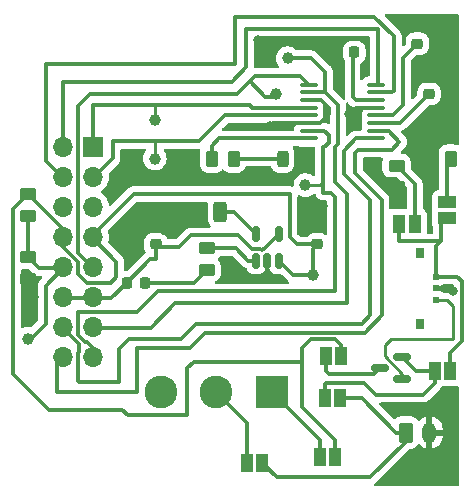
<source format=gbr>
%TF.GenerationSoftware,KiCad,Pcbnew,(6.0.4-0)*%
%TF.CreationDate,2024-03-24T13:43:06+02:00*%
%TF.ProjectId,Project_PCB_v1,50726f6a-6563-4745-9f50-43425f76312e,rev?*%
%TF.SameCoordinates,Original*%
%TF.FileFunction,Copper,L1,Top*%
%TF.FilePolarity,Positive*%
%FSLAX46Y46*%
G04 Gerber Fmt 4.6, Leading zero omitted, Abs format (unit mm)*
G04 Created by KiCad (PCBNEW (6.0.4-0)) date 2024-03-24 13:43:06*
%MOMM*%
%LPD*%
G01*
G04 APERTURE LIST*
G04 Aperture macros list*
%AMRoundRect*
0 Rectangle with rounded corners*
0 $1 Rounding radius*
0 $2 $3 $4 $5 $6 $7 $8 $9 X,Y pos of 4 corners*
0 Add a 4 corners polygon primitive as box body*
4,1,4,$2,$3,$4,$5,$6,$7,$8,$9,$2,$3,0*
0 Add four circle primitives for the rounded corners*
1,1,$1+$1,$2,$3*
1,1,$1+$1,$4,$5*
1,1,$1+$1,$6,$7*
1,1,$1+$1,$8,$9*
0 Add four rect primitives between the rounded corners*
20,1,$1+$1,$2,$3,$4,$5,0*
20,1,$1+$1,$4,$5,$6,$7,0*
20,1,$1+$1,$6,$7,$8,$9,0*
20,1,$1+$1,$8,$9,$2,$3,0*%
G04 Aperture macros list end*
%TA.AperFunction,SMDPad,CuDef*%
%ADD10RoundRect,0.243750X0.243750X0.456250X-0.243750X0.456250X-0.243750X-0.456250X0.243750X-0.456250X0*%
%TD*%
%TA.AperFunction,SMDPad,CuDef*%
%ADD11RoundRect,0.225000X0.250000X-0.225000X0.250000X0.225000X-0.250000X0.225000X-0.250000X-0.225000X0*%
%TD*%
%TA.AperFunction,SMDPad,CuDef*%
%ADD12RoundRect,0.218750X0.218750X0.256250X-0.218750X0.256250X-0.218750X-0.256250X0.218750X-0.256250X0*%
%TD*%
%TA.AperFunction,SMDPad,CuDef*%
%ADD13RoundRect,0.250000X0.450000X-0.262500X0.450000X0.262500X-0.450000X0.262500X-0.450000X-0.262500X0*%
%TD*%
%TA.AperFunction,SMDPad,CuDef*%
%ADD14RoundRect,0.250000X0.312500X0.625000X-0.312500X0.625000X-0.312500X-0.625000X0.312500X-0.625000X0*%
%TD*%
%TA.AperFunction,SMDPad,CuDef*%
%ADD15RoundRect,0.250000X-0.262500X-0.450000X0.262500X-0.450000X0.262500X0.450000X-0.262500X0.450000X0*%
%TD*%
%TA.AperFunction,SMDPad,CuDef*%
%ADD16RoundRect,0.150000X0.587500X0.150000X-0.587500X0.150000X-0.587500X-0.150000X0.587500X-0.150000X0*%
%TD*%
%TA.AperFunction,ComponentPad*%
%ADD17R,1.700000X1.700000*%
%TD*%
%TA.AperFunction,ComponentPad*%
%ADD18O,1.700000X1.700000*%
%TD*%
%TA.AperFunction,SMDPad,CuDef*%
%ADD19R,1.000000X1.500000*%
%TD*%
%TA.AperFunction,ComponentPad*%
%ADD20RoundRect,0.250000X-0.350000X-0.625000X0.350000X-0.625000X0.350000X0.625000X-0.350000X0.625000X0*%
%TD*%
%TA.AperFunction,ComponentPad*%
%ADD21O,1.200000X1.750000*%
%TD*%
%TA.AperFunction,SMDPad,CuDef*%
%ADD22RoundRect,0.250000X0.262500X0.450000X-0.262500X0.450000X-0.262500X-0.450000X0.262500X-0.450000X0*%
%TD*%
%TA.AperFunction,SMDPad,CuDef*%
%ADD23C,1.000000*%
%TD*%
%TA.AperFunction,SMDPad,CuDef*%
%ADD24R,1.500000X1.000000*%
%TD*%
%TA.AperFunction,SMDPad,CuDef*%
%ADD25RoundRect,0.250000X-0.450000X0.262500X-0.450000X-0.262500X0.450000X-0.262500X0.450000X0.262500X0*%
%TD*%
%TA.AperFunction,SMDPad,CuDef*%
%ADD26RoundRect,0.225000X-0.250000X0.225000X-0.250000X-0.225000X0.250000X-0.225000X0.250000X0.225000X0*%
%TD*%
%TA.AperFunction,SMDPad,CuDef*%
%ADD27R,0.510000X0.600000*%
%TD*%
%TA.AperFunction,SMDPad,CuDef*%
%ADD28R,0.700000X0.900000*%
%TD*%
%TA.AperFunction,SMDPad,CuDef*%
%ADD29RoundRect,0.150000X0.150000X-0.512500X0.150000X0.512500X-0.150000X0.512500X-0.150000X-0.512500X0*%
%TD*%
%TA.AperFunction,SMDPad,CuDef*%
%ADD30RoundRect,0.100000X-0.637500X-0.100000X0.637500X-0.100000X0.637500X0.100000X-0.637500X0.100000X0*%
%TD*%
%TA.AperFunction,ComponentPad*%
%ADD31R,2.775000X2.775000*%
%TD*%
%TA.AperFunction,ComponentPad*%
%ADD32C,2.775000*%
%TD*%
%TA.AperFunction,SMDPad,CuDef*%
%ADD33RoundRect,0.225000X-0.225000X-0.250000X0.225000X-0.250000X0.225000X0.250000X-0.225000X0.250000X0*%
%TD*%
%TA.AperFunction,ViaPad*%
%ADD34C,0.800000*%
%TD*%
%TA.AperFunction,Conductor*%
%ADD35C,0.300000*%
%TD*%
%TA.AperFunction,Conductor*%
%ADD36C,0.250000*%
%TD*%
G04 APERTURE END LIST*
D10*
%TO.P,Fault1,1,K*%
%TO.N,GND*%
X111437500Y-75250000D03*
%TO.P,Fault1,2,A*%
%TO.N,Net-(Fault1-Pad2)*%
X109562500Y-75250000D03*
%TD*%
D11*
%TO.P,C_Vm1,1*%
%TO.N,VM*%
X120965000Y-65525000D03*
%TO.P,C_Vm1,2*%
%TO.N,GND*%
X120965000Y-63975000D03*
%TD*%
D12*
%TO.P,D_Stat1,1,K*%
%TO.N,Net-(D_Stat1-Pad1)*%
X97934641Y-85750000D03*
%TO.P,D_Stat1,2,A*%
%TO.N,5V_1*%
X96359641Y-85750000D03*
%TD*%
D13*
%TO.P,R_S2,1*%
%TO.N,GND*%
X119215000Y-77662500D03*
%TO.P,R_S2,2*%
%TO.N,Net-(JP_S2-Pad2)*%
X119215000Y-75837500D03*
%TD*%
D14*
%TO.P,R_Prog1,1*%
%TO.N,Net-(R_Prog1-Pad1)*%
X104295359Y-79750000D03*
%TO.P,R_Prog1,2*%
%TO.N,GND*%
X101370359Y-79750000D03*
%TD*%
D15*
%TO.P,R_Fault1,1*%
%TO.N,Net-(MD1-Pad8)*%
X103587500Y-75250000D03*
%TO.P,R_Fault1,2*%
%TO.N,Net-(Fault1-Pad2)*%
X105412500Y-75250000D03*
%TD*%
D16*
%TO.P,Q1,1,G*%
%TO.N,/G*%
X119687500Y-93950000D03*
%TO.P,Q1,2,S*%
%TO.N,/S*%
X119687500Y-92050000D03*
%TO.P,Q1,3,D*%
%TO.N,/D*%
X117812500Y-93000000D03*
%TD*%
D17*
%TO.P,PinCon1,1,Pin_1*%
%TO.N,Motor2_A*%
X93500000Y-74250000D03*
D18*
%TO.P,PinCon1,2,Pin_2*%
%TO.N,PC6-9 PWM1*%
X90960000Y-74250000D03*
%TO.P,PinCon1,3,Pin_3*%
%TO.N,Motor2_B*%
X93500000Y-76790000D03*
%TO.P,PinCon1,4,Pin_4*%
%TO.N,PC6-9 PWM2*%
X90960000Y-76790000D03*
%TO.P,PinCon1,5,Pin_5*%
%TO.N,GND*%
X93500000Y-79330000D03*
%TO.P,PinCon1,6,Pin_6*%
X90960000Y-79330000D03*
%TO.P,PinCon1,7,Pin_7*%
%TO.N,BATT_1*%
X93500000Y-81870000D03*
%TO.P,PinCon1,8,Pin_8*%
X90960000Y-81870000D03*
%TO.P,PinCon1,9,Pin_9*%
%TO.N,Reserve*%
X93500000Y-84410000D03*
%TO.P,PinCon1,10,Pin_10*%
%TO.N,BATT_ADC*%
X90960000Y-84410000D03*
%TO.P,PinCon1,11,Pin_11*%
%TO.N,5V_1*%
X93500000Y-86950000D03*
%TO.P,PinCon1,12,Pin_12*%
X90960000Y-86950000D03*
%TO.P,PinCon1,13,Pin_13*%
%TO.N,Motor1_A*%
X93500000Y-89490000D03*
%TO.P,PinCon1,14,Pin_14*%
%TO.N,PC6-9 PWM3*%
X90960000Y-89490000D03*
%TO.P,PinCon1,15,Pin_15*%
%TO.N,Motor1_B*%
X93500000Y-92030000D03*
%TO.P,PinCon1,16,Pin_16*%
%TO.N,PC6-9 PWM4*%
X90960000Y-92030000D03*
%TD*%
D19*
%TO.P,JP_SA_C1,1,A*%
%TO.N,Net-(JP_S1-Pad1)*%
X123765000Y-93250000D03*
%TO.P,JP_SA_C1,2,B*%
%TO.N,/S*%
X122465000Y-93250000D03*
%TD*%
D20*
%TO.P,J2,1,Pin_1*%
%TO.N,Net-(J2-Pad1)*%
X120005000Y-98445000D03*
D21*
%TO.P,J2,2,Pin_2*%
%TO.N,GND*%
X122005000Y-98445000D03*
%TD*%
D22*
%TO.P,R_S1,1*%
%TO.N,Net-(JP_S1-Pad2)*%
X123790000Y-75250000D03*
%TO.P,R_S1,2*%
%TO.N,GND*%
X121965000Y-75250000D03*
%TD*%
D19*
%TO.P,JP_SA1,1,A*%
%TO.N,Net-(J2-Pad1)*%
X114465000Y-95500000D03*
%TO.P,JP_SA1,2,B*%
%TO.N,/S*%
X113165000Y-95500000D03*
%TD*%
D23*
%TO.P,TP_En1,1,1*%
%TO.N,Reserve*%
X109000000Y-69750000D03*
%TD*%
D24*
%TO.P,JP_S1,1,A*%
%TO.N,Net-(JP_S1-Pad1)*%
X123465000Y-80250000D03*
%TO.P,JP_S1,2,B*%
%TO.N,Net-(JP_S1-Pad2)*%
X123465000Y-78950000D03*
%TD*%
D19*
%TO.P,JP_SA_Bat1,1,A*%
%TO.N,/D*%
X113215000Y-92000000D03*
%TO.P,JP_SA_Bat1,2,B*%
%TO.N,BATT_1*%
X114515000Y-92000000D03*
%TD*%
D23*
%TO.P,TPM1A1,1,1*%
%TO.N,Motor1_A*%
X110000000Y-66750000D03*
%TD*%
%TO.P,TPM2A1,1,1*%
%TO.N,Motor2_A*%
X98750000Y-72000000D03*
%TD*%
D25*
%TO.P,R1,1*%
%TO.N,BATT_1*%
X88000000Y-78250000D03*
%TO.P,R1,2*%
%TO.N,BATT_ADC*%
X88000000Y-80075000D03*
%TD*%
D13*
%TO.P,R_Stat1,1*%
%TO.N,Net-(D_Stat1-Pad1)*%
X103147141Y-84662500D03*
%TO.P,R_Stat1,2*%
%TO.N,Net-(R_Stat1-Pad2)*%
X103147141Y-82837500D03*
%TD*%
D23*
%TO.P,TP_Charge1,1,1*%
%TO.N,BATT_1*%
X112147141Y-85082500D03*
%TD*%
D26*
%TO.P,C_Vcp1,1*%
%TO.N,GND*%
X121965000Y-68225000D03*
%TO.P,C_Vcp1,2*%
%TO.N,Net-(C_Vcp1-Pad2)*%
X121965000Y-69775000D03*
%TD*%
D19*
%TO.P,JP_SB_Bat1,1,A*%
%TO.N,BATT_1*%
X114015000Y-100500000D03*
%TO.P,JP_SB_Bat1,2,B*%
%TO.N,Net-(JP_SB_Bat1-Pad2)*%
X112715000Y-100500000D03*
%TD*%
D25*
%TO.P,R2,1*%
%TO.N,BATT_ADC*%
X88000000Y-83587500D03*
%TO.P,R2,2*%
%TO.N,GND*%
X88000000Y-85412500D03*
%TD*%
D27*
%TO.P,SA1,1*%
%TO.N,Net-(JP_S1-Pad1)*%
X122530000Y-85250000D03*
%TO.P,SA1,2*%
%TO.N,/G*%
X122530000Y-87250000D03*
%TO.P,SA1,C*%
%TO.N,GND*%
X122530000Y-86250000D03*
D28*
%TO.P,SA1,S1*%
%TO.N,N/C*%
X121175000Y-89250000D03*
%TO.P,SA1,S2*%
X121175000Y-83250000D03*
%TD*%
D23*
%TO.P,TP1B1,1,1*%
%TO.N,Motor1_B*%
X111500000Y-77500000D03*
%TD*%
D29*
%TO.P,Charge1,1,STAT*%
%TO.N,Net-(R_Stat1-Pad2)*%
X107334641Y-83887500D03*
%TO.P,Charge1,2,VSS*%
%TO.N,GND*%
X108284641Y-83887500D03*
%TO.P,Charge1,3,VBAT*%
%TO.N,BATT_1*%
X109234641Y-83887500D03*
%TO.P,Charge1,4,VDD*%
%TO.N,5V_1*%
X109234641Y-81612500D03*
%TO.P,Charge1,5,PROG*%
%TO.N,Net-(R_Prog1-Pad1)*%
X107334641Y-81612500D03*
%TD*%
D30*
%TO.P,MD1,1,nSLEEP*%
%TO.N,Reserve*%
X111780000Y-69000000D03*
%TO.P,MD1,2,AOUT1*%
%TO.N,Motor1_A*%
X111780000Y-69650000D03*
%TO.P,MD1,3,AISEN*%
%TO.N,GND*%
X111780000Y-70300000D03*
%TO.P,MD1,4,AOUT2*%
%TO.N,Motor2_A*%
X111780000Y-70950000D03*
%TO.P,MD1,5,BOUT2*%
%TO.N,Motor2_B*%
X111780000Y-71600000D03*
%TO.P,MD1,6,BISEN*%
%TO.N,GND*%
X111780000Y-72250000D03*
%TO.P,MD1,7,BOUT1*%
%TO.N,Motor1_B*%
X111780000Y-72900000D03*
%TO.P,MD1,8,nFAULT*%
%TO.N,Net-(MD1-Pad8)*%
X111780000Y-73550000D03*
%TO.P,MD1,9,BIN1*%
%TO.N,PC6-9 PWM3*%
X117505000Y-73550000D03*
%TO.P,MD1,10,BIN2*%
%TO.N,PC6-9 PWM4*%
X117505000Y-72900000D03*
%TO.P,MD1,11,VCP*%
%TO.N,Net-(C_Vcp1-Pad2)*%
X117505000Y-72250000D03*
%TO.P,MD1,12,VM*%
%TO.N,VM*%
X117505000Y-71600000D03*
%TO.P,MD1,13,GND*%
%TO.N,GND*%
X117505000Y-70950000D03*
%TO.P,MD1,14,VINT*%
%TO.N,Net-(C_Vint1-Pad2)*%
X117505000Y-70300000D03*
%TO.P,MD1,15,AIN2*%
%TO.N,PC6-9 PWM2*%
X117505000Y-69650000D03*
%TO.P,MD1,16,AIN1*%
%TO.N,PC6-9 PWM1*%
X117505000Y-69000000D03*
%TD*%
D11*
%TO.P,C_Batt1,1*%
%TO.N,BATT_1*%
X112500000Y-82525000D03*
%TO.P,C_Batt1,2*%
%TO.N,GND*%
X112500000Y-80975000D03*
%TD*%
D19*
%TO.P,JP_SB1,1,A*%
%TO.N,Net-(J2-Pad1)*%
X107865000Y-101000000D03*
%TO.P,JP_SB1,2,B*%
%TO.N,Net-(JP_SB1-Pad2)*%
X106565000Y-101000000D03*
%TD*%
D31*
%TO.P,SB1,1*%
%TO.N,Net-(JP_SB_Bat1-Pad2)*%
X108665000Y-95000000D03*
D32*
%TO.P,SB1,2*%
%TO.N,Net-(JP_SB1-Pad2)*%
X103965000Y-95000000D03*
%TO.P,SB1,3*%
%TO.N,unconnected-(SB1-Pad3)*%
X99265000Y-95000000D03*
%TD*%
D23*
%TO.P,TP_ADC1,1,1*%
%TO.N,BATT_ADC*%
X88000000Y-90500000D03*
%TD*%
%TO.P,TP2B1,1,1*%
%TO.N,Motor2_B*%
X98750000Y-75250000D03*
%TD*%
D33*
%TO.P,C_Vint1,1*%
%TO.N,GND*%
X114092500Y-66250000D03*
%TO.P,C_Vint1,2*%
%TO.N,Net-(C_Vint1-Pad2)*%
X115642500Y-66250000D03*
%TD*%
D19*
%TO.P,JP_S2,1,A*%
%TO.N,Net-(JP_S1-Pad1)*%
X119465000Y-80750000D03*
%TO.P,JP_S2,2,B*%
%TO.N,Net-(JP_S2-Pad2)*%
X120765000Y-80750000D03*
%TD*%
D11*
%TO.P,C_Vdd1,1*%
%TO.N,5V_1*%
X98832859Y-82525000D03*
%TO.P,C_Vdd1,2*%
%TO.N,GND*%
X98832859Y-80975000D03*
%TD*%
D34*
%TO.N,GND*%
X107500000Y-76500000D03*
X108465000Y-72500000D03*
X112965000Y-79250000D03*
X88500000Y-87000000D03*
X95965000Y-81500000D03*
X124000000Y-86500000D03*
X115215000Y-71500000D03*
X121465000Y-72250000D03*
X117250000Y-76000000D03*
X105465000Y-84250000D03*
X107465000Y-65250000D03*
%TD*%
D35*
%TO.N,Motor1_B*%
X97257859Y-88257859D02*
X99015718Y-86500000D01*
X93505000Y-92155000D02*
X93505000Y-91276010D01*
X97250000Y-88250000D02*
X97257859Y-88257859D01*
X93043501Y-90814511D02*
X92870939Y-90814511D01*
X93505000Y-91276010D02*
X93043501Y-90814511D01*
X92870939Y-90814511D02*
X92250000Y-90193572D01*
X92250000Y-88250000D02*
X97250000Y-88250000D01*
X92250000Y-90193572D02*
X92250000Y-88250000D01*
%TO.N,PC6-9 PWM3*%
X90965000Y-89615000D02*
X92330489Y-90980489D01*
X92330489Y-90980489D02*
X92330489Y-91633145D01*
X92330489Y-91633145D02*
X92250000Y-91713634D01*
X96599375Y-90495000D02*
X101005000Y-90495000D01*
X92250000Y-94089022D02*
X92330489Y-94169511D01*
X92250000Y-91713634D02*
X92250000Y-94089022D01*
X95750000Y-91344375D02*
X96599375Y-90495000D01*
X92330489Y-94169511D02*
X95750000Y-94169511D01*
X95750000Y-94169511D02*
X95750000Y-91344375D01*
X101005000Y-90495000D02*
X102250000Y-89250000D01*
X102250000Y-89250000D02*
X116250000Y-89250000D01*
X116250000Y-89250000D02*
X116965000Y-88535000D01*
X116965000Y-88535000D02*
X116965000Y-78750000D01*
X116965000Y-78750000D02*
X114750000Y-76535000D01*
X114750000Y-76535000D02*
X114750000Y-74585480D01*
X114750000Y-74585480D02*
X115785480Y-73550000D01*
X115785480Y-73550000D02*
X117505000Y-73550000D01*
%TO.N,BATT_1*%
X90965000Y-81995000D02*
X90965000Y-82710000D01*
X110775000Y-82525000D02*
X110172621Y-81922621D01*
X110172621Y-78250000D02*
X96955027Y-78250000D01*
X101500000Y-93000000D02*
X101500000Y-97000000D01*
X114015000Y-99050000D02*
X111215000Y-96250000D01*
X92250000Y-84995000D02*
X93005000Y-85750000D01*
X112147141Y-85082500D02*
X112147141Y-82877859D01*
X101500000Y-97000000D02*
X96500000Y-97000000D01*
X95505000Y-83995000D02*
X93505000Y-81995000D01*
X93505000Y-81700027D02*
X93505000Y-81995000D01*
X96000000Y-96500000D02*
X89750000Y-96500000D01*
X95005000Y-85750000D02*
X95505000Y-85250000D01*
X92250000Y-83995000D02*
X92250000Y-84995000D01*
X110172621Y-81922621D02*
X110172621Y-78250000D01*
X90965000Y-81215000D02*
X90965000Y-81995000D01*
X112147141Y-82877859D02*
X112500000Y-82525000D01*
X111215000Y-92465000D02*
X102035000Y-92465000D01*
X95505000Y-85250000D02*
X95505000Y-83995000D01*
X86750000Y-93500000D02*
X86750000Y-79500000D01*
X109234641Y-83887500D02*
X110429641Y-85082500D01*
X89750000Y-96500000D02*
X86750000Y-93500000D01*
X96955027Y-78250000D02*
X93505000Y-81700027D01*
X96500000Y-97000000D02*
X96000000Y-96500000D01*
X88000000Y-78250000D02*
X90965000Y-81215000D01*
X86750000Y-79500000D02*
X88000000Y-78250000D01*
X113965000Y-90500000D02*
X114515000Y-91050000D01*
X111215000Y-92465000D02*
X111215000Y-91250000D01*
X114515000Y-91050000D02*
X114515000Y-92000000D01*
X110429641Y-85082500D02*
X112147141Y-85082500D01*
X111965000Y-90500000D02*
X113965000Y-90500000D01*
X90965000Y-82710000D02*
X92250000Y-83995000D01*
X111215000Y-91250000D02*
X111965000Y-90500000D01*
X111215000Y-96250000D02*
X111215000Y-92465000D01*
X112500000Y-82525000D02*
X110775000Y-82525000D01*
X102035000Y-92465000D02*
X101500000Y-93000000D01*
X114015000Y-100500000D02*
X114015000Y-99050000D01*
X93005000Y-85750000D02*
X95005000Y-85750000D01*
%TO.N,GND*%
X108715000Y-72250000D02*
X111780000Y-72250000D01*
X112810000Y-70300000D02*
X113505000Y-70995000D01*
X88500000Y-87000000D02*
X88500000Y-85912500D01*
X113505000Y-71463821D02*
X112718821Y-72250000D01*
X112718821Y-72250000D02*
X111780000Y-72250000D01*
X122530000Y-86250000D02*
X123750000Y-86250000D01*
X88500000Y-85912500D02*
X88000000Y-85412500D01*
X115765000Y-70950000D02*
X117505000Y-70950000D01*
X111780000Y-70300000D02*
X112810000Y-70300000D01*
X108465000Y-72500000D02*
X108715000Y-72250000D01*
X123750000Y-86250000D02*
X124000000Y-86500000D01*
X113505000Y-70995000D02*
X113505000Y-71463821D01*
X115215000Y-71500000D02*
X115765000Y-70950000D01*
%TO.N,Net-(C_Vcp1-Pad2)*%
X117505000Y-72250000D02*
X119490000Y-72250000D01*
X119490000Y-72250000D02*
X121965000Y-69775000D01*
%TO.N,5V_1*%
X93505000Y-87075000D02*
X95034641Y-87075000D01*
X107971661Y-82875480D02*
X107927734Y-82875480D01*
X95034641Y-87075000D02*
X96359641Y-85750000D01*
X107927734Y-82875480D02*
X107809641Y-82993573D01*
X96359641Y-85750000D02*
X98359641Y-83750000D01*
X100832859Y-82750000D02*
X99057859Y-82750000D01*
X107809641Y-82993573D02*
X107691548Y-82875480D01*
X106968036Y-82885177D02*
X105832859Y-81750000D01*
X90965000Y-87075000D02*
X93505000Y-87075000D01*
X99057859Y-82750000D02*
X98832859Y-82525000D01*
X109234641Y-81612500D02*
X107971661Y-82875480D01*
X98359641Y-83750000D02*
X98832859Y-83750000D01*
X101832859Y-81750000D02*
X100832859Y-82750000D01*
X107691548Y-82875480D02*
X106977734Y-82875480D01*
X105832859Y-81750000D02*
X101832859Y-81750000D01*
X98832859Y-83750000D02*
X98832859Y-82525000D01*
X106977734Y-82875480D02*
X106968036Y-82885177D01*
%TO.N,Net-(C_Vint1-Pad2)*%
X115810000Y-70300000D02*
X115505000Y-69995000D01*
X117505000Y-70300000D02*
X115810000Y-70300000D01*
X115505000Y-66387500D02*
X115642500Y-66250000D01*
X115505000Y-69995000D02*
X115505000Y-66387500D01*
%TO.N,VM*%
X118900000Y-71600000D02*
X117505000Y-71600000D01*
X119750000Y-66740000D02*
X119750000Y-70750000D01*
X119750000Y-70750000D02*
X118900000Y-71600000D01*
X120965000Y-65525000D02*
X119750000Y-66740000D01*
%TO.N,Net-(D_Stat1-Pad1)*%
X103147141Y-84662500D02*
X102059641Y-85750000D01*
X102059641Y-85750000D02*
X97934641Y-85750000D01*
%TO.N,Net-(Fault1-Pad2)*%
X105412500Y-75250000D02*
X109562500Y-75250000D01*
%TO.N,/S*%
X120887500Y-93250000D02*
X122465000Y-93250000D01*
X119687500Y-92050000D02*
X120887500Y-93250000D01*
X122465000Y-94250000D02*
X122465000Y-93250000D01*
X113215000Y-94250000D02*
X116465000Y-94250000D01*
X113165000Y-94300000D02*
X113215000Y-94250000D01*
X113165000Y-95500000D02*
X113165000Y-94300000D01*
X121465000Y-95250000D02*
X122465000Y-94250000D01*
X117465000Y-95250000D02*
X121465000Y-95250000D01*
X116465000Y-94250000D02*
X117465000Y-95250000D01*
%TO.N,Net-(J2-Pad1)*%
X116250000Y-95500000D02*
X119195000Y-98445000D01*
X109115000Y-102250000D02*
X116965000Y-102250000D01*
X119195000Y-98445000D02*
X120005000Y-98445000D01*
X107865000Y-101000000D02*
X109115000Y-102250000D01*
X120005000Y-99210000D02*
X120005000Y-98445000D01*
X116965000Y-102250000D02*
X120005000Y-99210000D01*
X114465000Y-95500000D02*
X116250000Y-95500000D01*
%TO.N,Net-(JP_S1-Pad1)*%
X124374511Y-85250000D02*
X124750000Y-85625489D01*
X122965000Y-82250000D02*
X119465000Y-82250000D01*
X119465000Y-82250000D02*
X119465000Y-80750000D01*
X122530000Y-85250000D02*
X122530000Y-82685000D01*
X122530000Y-82685000D02*
X122995000Y-82220000D01*
X124750000Y-90715000D02*
X124750000Y-85625489D01*
X122530000Y-85250000D02*
X124374511Y-85250000D01*
X122995000Y-82220000D02*
X122995000Y-80720000D01*
X123765000Y-93250000D02*
X123765000Y-91700000D01*
X122995000Y-80720000D02*
X123465000Y-80250000D01*
X122995000Y-82220000D02*
X122965000Y-82250000D01*
X123765000Y-91700000D02*
X124750000Y-90715000D01*
%TO.N,Motor2_A*%
X106967500Y-70950000D02*
X111780000Y-70950000D01*
X93505000Y-70750000D02*
X98750000Y-70750000D01*
X98750000Y-70750000D02*
X106767500Y-70750000D01*
X106767500Y-70750000D02*
X106967500Y-70950000D01*
D36*
X98750000Y-72000000D02*
X98750000Y-70750000D01*
D35*
X93505000Y-74375000D02*
X93505000Y-70750000D01*
%TO.N,PC6-9 PWM1*%
X90965000Y-68790000D02*
X91005000Y-68750000D01*
X117642500Y-68862500D02*
X117505000Y-69000000D01*
X90965000Y-74375000D02*
X90965000Y-68790000D01*
X106505000Y-67495000D02*
X106505000Y-64250000D01*
X91005000Y-68750000D02*
X105250000Y-68750000D01*
X105250000Y-68750000D02*
X106505000Y-67495000D01*
X117642500Y-64250000D02*
X117642500Y-68862500D01*
X106505000Y-64250000D02*
X117642500Y-64250000D01*
%TO.N,Motor2_B*%
X102500000Y-73750000D02*
X104650000Y-71600000D01*
X104650000Y-71600000D02*
X111780000Y-71600000D01*
X95180000Y-73750000D02*
X98750000Y-73750000D01*
X93505000Y-76915000D02*
X95180000Y-75240000D01*
X98750000Y-73750000D02*
X102500000Y-73750000D01*
D36*
X98750000Y-75250000D02*
X98750000Y-73750000D01*
D35*
X95180000Y-75240000D02*
X95180000Y-73750000D01*
%TO.N,PC6-9 PWM2*%
X105505000Y-63250000D02*
X105505000Y-67250000D01*
X89505000Y-67250000D02*
X89505000Y-75455000D01*
X117348927Y-63250000D02*
X105505000Y-63250000D01*
X117505000Y-69650000D02*
X118850000Y-69650000D01*
X118850000Y-69650000D02*
X119000000Y-69500000D01*
X119000000Y-69500000D02*
X119000000Y-64901073D01*
X89505000Y-75455000D02*
X90965000Y-76915000D01*
X105505000Y-67250000D02*
X89505000Y-67250000D01*
X119000000Y-64901073D02*
X117348927Y-63250000D01*
%TO.N,Reserve*%
X111030000Y-68250000D02*
X111780000Y-69000000D01*
X93298093Y-69750480D02*
X105749520Y-69750480D01*
X106800480Y-68699520D02*
X107250000Y-68250000D01*
X107250000Y-68250000D02*
X111030000Y-68250000D01*
X92250000Y-83280000D02*
X92250000Y-70798573D01*
X93505000Y-84535000D02*
X92250000Y-83280000D01*
X109005000Y-69995000D02*
X108095960Y-69995000D01*
X108095960Y-69995000D02*
X106800480Y-68699520D01*
X105749520Y-69750480D02*
X106800480Y-68699520D01*
X92250000Y-70798573D02*
X93298093Y-69750480D01*
%TO.N,BATT_ADC*%
X90965000Y-84535000D02*
X88947500Y-84535000D01*
X88947500Y-84535000D02*
X88000000Y-83587500D01*
X89500000Y-86000000D02*
X90965000Y-84535000D01*
X88250000Y-90500000D02*
X89500000Y-89250000D01*
X89500000Y-89250000D02*
X89500000Y-86000000D01*
X88000000Y-83587500D02*
X88000000Y-80075000D01*
%TO.N,Motor1_A*%
X98385000Y-89615000D02*
X100500000Y-87500000D01*
X93505000Y-89615000D02*
X98385000Y-89615000D01*
X114250000Y-74000000D02*
X114250000Y-70747500D01*
X113152500Y-69650000D02*
X111780000Y-69650000D01*
X115000000Y-78250000D02*
X114000000Y-77250000D01*
X112000000Y-66750000D02*
X110000000Y-66750000D01*
X115000000Y-87500000D02*
X115000000Y-78250000D01*
X113152500Y-69650000D02*
X113152500Y-67902500D01*
X100500000Y-87500000D02*
X115000000Y-87500000D01*
X114250000Y-70747500D02*
X113152500Y-69650000D01*
X114000000Y-74250000D02*
X114250000Y-74000000D01*
X114000000Y-77250000D02*
X114000000Y-74250000D01*
X113152500Y-67902500D02*
X112000000Y-66750000D01*
%TO.N,Motor1_B*%
X113000000Y-78132500D02*
X113000000Y-77250000D01*
X113465000Y-73250000D02*
X113115000Y-72900000D01*
X113115000Y-72900000D02*
X111780000Y-72900000D01*
X114000000Y-78500000D02*
X113632500Y-78132500D01*
X113632500Y-78132500D02*
X113000000Y-78132500D01*
D36*
X111500000Y-77500000D02*
X112750000Y-77500000D01*
D35*
X113072500Y-74285000D02*
X113465000Y-73892500D01*
X113465000Y-73892500D02*
X113465000Y-73250000D01*
D36*
X112750000Y-77500000D02*
X113000000Y-77250000D01*
D35*
X114000000Y-86500000D02*
X114000000Y-78500000D01*
X113000000Y-77250000D02*
X113000000Y-74285000D01*
X99015718Y-86500000D02*
X114000000Y-86500000D01*
X113000000Y-74285000D02*
X113072500Y-74285000D01*
%TO.N,PC6-9 PWM4*%
X103005000Y-89995000D02*
X116505000Y-89995000D01*
X116505000Y-89995000D02*
X117965000Y-88535000D01*
X90500000Y-94995000D02*
X97250000Y-94995000D01*
X101750000Y-91250000D02*
X103005000Y-89995000D01*
X117965000Y-88535000D02*
X117965000Y-78750000D01*
X90500000Y-92620000D02*
X90500000Y-94995000D01*
X90965000Y-92155000D02*
X90500000Y-92620000D01*
X115715000Y-76500000D02*
X115715000Y-74750000D01*
X115715000Y-74750000D02*
X115965000Y-74500000D01*
X118539159Y-72900000D02*
X117505000Y-72900000D01*
X97250000Y-94995000D02*
X97250000Y-91250000D01*
X97250000Y-91250000D02*
X101750000Y-91250000D01*
X117965000Y-78750000D02*
X115715000Y-76500000D01*
X119465000Y-73825841D02*
X118539159Y-72900000D01*
X115965000Y-74500000D02*
X118790841Y-74500000D01*
X118790841Y-74500000D02*
X119465000Y-73825841D01*
D36*
%TO.N,/G*%
X123965000Y-87750000D02*
X123965000Y-90500000D01*
X122530000Y-87250000D02*
X123465000Y-87250000D01*
X123965000Y-90500000D02*
X118715000Y-90500000D01*
X123465000Y-87250000D02*
X123965000Y-87750000D01*
X118215000Y-91000000D02*
X118215000Y-91993928D01*
X119687500Y-93466428D02*
X119687500Y-93950000D01*
X118215000Y-91993928D02*
X119687500Y-93466428D01*
X118715000Y-90500000D02*
X118215000Y-91000000D01*
D35*
%TO.N,Net-(MD1-Pad8)*%
X103587500Y-74162500D02*
X104200000Y-73550000D01*
X103587500Y-75250000D02*
X103587500Y-74162500D01*
X104200000Y-73550000D02*
X111780000Y-73550000D01*
%TO.N,Net-(R_Prog1-Pad1)*%
X105472141Y-79750000D02*
X107334641Y-81612500D01*
X104295359Y-79750000D02*
X105472141Y-79750000D01*
%TO.N,Net-(R_Stat1-Pad2)*%
X105587500Y-82837500D02*
X106637500Y-83887500D01*
X106637500Y-83887500D02*
X107334641Y-83887500D01*
X103147141Y-82837500D02*
X105587500Y-82837500D01*
%TO.N,Net-(JP_S1-Pad2)*%
X123465000Y-75575000D02*
X123790000Y-75250000D01*
X123465000Y-78950000D02*
X123465000Y-75575000D01*
%TO.N,Net-(JP_S2-Pad2)*%
X120765000Y-77387500D02*
X119215000Y-75837500D01*
X120765000Y-80750000D02*
X120765000Y-77387500D01*
%TO.N,/D*%
X113215000Y-92000000D02*
X113215000Y-93250000D01*
X113215000Y-93250000D02*
X113465000Y-93500000D01*
X113465000Y-93500000D02*
X117312500Y-93500000D01*
X117312500Y-93500000D02*
X117812500Y-93000000D01*
%TO.N,Net-(JP_SB1-Pad2)*%
X106565000Y-101000000D02*
X106565000Y-97600000D01*
X106565000Y-97600000D02*
X103965000Y-95000000D01*
%TO.N,Net-(JP_SB_Bat1-Pad2)*%
X112715000Y-99050000D02*
X112715000Y-100500000D01*
X108665000Y-95000000D02*
X112715000Y-99050000D01*
%TD*%
%TA.AperFunction,Conductor*%
%TO.N,GND*%
G36*
X123164580Y-94494738D02*
G01*
X123214224Y-94500131D01*
X123214229Y-94500131D01*
X123217623Y-94500500D01*
X123764919Y-94500500D01*
X124312376Y-94500499D01*
X124315767Y-94500131D01*
X124315779Y-94500130D01*
X124359895Y-94495338D01*
X124429777Y-94507867D01*
X124481792Y-94556189D01*
X124499500Y-94620601D01*
X124499500Y-102873500D01*
X124479498Y-102941621D01*
X124425842Y-102988114D01*
X124373500Y-102999500D01*
X117434916Y-102999500D01*
X117366795Y-102979498D01*
X117320302Y-102925842D01*
X117310198Y-102855568D01*
X117339692Y-102790988D01*
X117357688Y-102773942D01*
X117360042Y-102772116D01*
X117366865Y-102768081D01*
X117381758Y-102753188D01*
X117396792Y-102740347D01*
X117407423Y-102732623D01*
X117413837Y-102727963D01*
X117442880Y-102692856D01*
X117450869Y-102684077D01*
X120277541Y-99857405D01*
X120339853Y-99823379D01*
X120366636Y-99820500D01*
X120404866Y-99820500D01*
X120408112Y-99820163D01*
X120408116Y-99820163D01*
X120502661Y-99810353D01*
X120502665Y-99810352D01*
X120509519Y-99809641D01*
X120516055Y-99807460D01*
X120516057Y-99807460D01*
X120668581Y-99756574D01*
X120675529Y-99754256D01*
X120824345Y-99662166D01*
X120947984Y-99538311D01*
X120961996Y-99515580D01*
X120981087Y-99484608D01*
X121033858Y-99437114D01*
X121103930Y-99425690D01*
X121169054Y-99453963D01*
X121187431Y-99472888D01*
X121195259Y-99482853D01*
X121203499Y-99491506D01*
X121354123Y-99622212D01*
X121363847Y-99629147D01*
X121536467Y-99729010D01*
X121547331Y-99733984D01*
X121735727Y-99799407D01*
X121736716Y-99799648D01*
X121747008Y-99798180D01*
X121751000Y-99784615D01*
X121751000Y-99780402D01*
X122259000Y-99780402D01*
X122262973Y-99793933D01*
X122272399Y-99795288D01*
X122361537Y-99773806D01*
X122372832Y-99769917D01*
X122554382Y-99687371D01*
X122564724Y-99681424D01*
X122727397Y-99566032D01*
X122736425Y-99558239D01*
X122874342Y-99414169D01*
X122881738Y-99404804D01*
X122989921Y-99237259D01*
X122995417Y-99226655D01*
X123069961Y-99041688D01*
X123073355Y-99030230D01*
X123111857Y-98833072D01*
X123112934Y-98824209D01*
X123113000Y-98821500D01*
X123113000Y-98717115D01*
X123108525Y-98701876D01*
X123107135Y-98700671D01*
X123099452Y-98699000D01*
X122277115Y-98699000D01*
X122261876Y-98703475D01*
X122260671Y-98704865D01*
X122259000Y-98712548D01*
X122259000Y-99780402D01*
X121751000Y-99780402D01*
X121751000Y-98172885D01*
X122259000Y-98172885D01*
X122263475Y-98188124D01*
X122264865Y-98189329D01*
X122272548Y-98191000D01*
X123094885Y-98191000D01*
X123110124Y-98186525D01*
X123111329Y-98185135D01*
X123113000Y-98177452D01*
X123113000Y-98120168D01*
X123112715Y-98114192D01*
X123098529Y-97965506D01*
X123096270Y-97953772D01*
X123040128Y-97762401D01*
X123035698Y-97751325D01*
X122944381Y-97574022D01*
X122937931Y-97563976D01*
X122814738Y-97407143D01*
X122806501Y-97398494D01*
X122655877Y-97267788D01*
X122646153Y-97260853D01*
X122473533Y-97160990D01*
X122462669Y-97156016D01*
X122274273Y-97090593D01*
X122273284Y-97090352D01*
X122262992Y-97091820D01*
X122259000Y-97105385D01*
X122259000Y-98172885D01*
X121751000Y-98172885D01*
X121751000Y-97109598D01*
X121747027Y-97096067D01*
X121737601Y-97094712D01*
X121648463Y-97116194D01*
X121637168Y-97120083D01*
X121455618Y-97202629D01*
X121445276Y-97208576D01*
X121282603Y-97323968D01*
X121273575Y-97331761D01*
X121180751Y-97428726D01*
X121119196Y-97464102D01*
X121048286Y-97460583D01*
X120990536Y-97419286D01*
X120982589Y-97407898D01*
X120951020Y-97356883D01*
X120947166Y-97350655D01*
X120823311Y-97227016D01*
X120814084Y-97221328D01*
X120767357Y-97192526D01*
X120674334Y-97135186D01*
X120634945Y-97122121D01*
X120514759Y-97082256D01*
X120514757Y-97082255D01*
X120508228Y-97080090D01*
X120404866Y-97069500D01*
X119605134Y-97069500D01*
X119601888Y-97069837D01*
X119601884Y-97069837D01*
X119507339Y-97079647D01*
X119507335Y-97079648D01*
X119500481Y-97080359D01*
X119493945Y-97082540D01*
X119493943Y-97082540D01*
X119406846Y-97111598D01*
X119334471Y-97135744D01*
X119185655Y-97227834D01*
X119180482Y-97233016D01*
X119130939Y-97282646D01*
X119068656Y-97316726D01*
X118997836Y-97311723D01*
X118952670Y-97282724D01*
X117785541Y-96115595D01*
X117751515Y-96053283D01*
X117756580Y-95982468D01*
X117799127Y-95925632D01*
X117865647Y-95900821D01*
X117874636Y-95900500D01*
X121384000Y-95900500D01*
X121395640Y-95901049D01*
X121403296Y-95902760D01*
X121411219Y-95902511D01*
X121457417Y-95901059D01*
X121473231Y-95900562D01*
X121477188Y-95900500D01*
X121505925Y-95900500D01*
X121510196Y-95899961D01*
X121522024Y-95899029D01*
X121567569Y-95897597D01*
X121575183Y-95895385D01*
X121575188Y-95895384D01*
X121587792Y-95891722D01*
X121607156Y-95887711D01*
X121628058Y-95885071D01*
X121635429Y-95882152D01*
X121635431Y-95882152D01*
X121670420Y-95868298D01*
X121681631Y-95864459D01*
X121725398Y-95851744D01*
X121743536Y-95841018D01*
X121761281Y-95832324D01*
X121780871Y-95824568D01*
X121817738Y-95797782D01*
X121827646Y-95791275D01*
X121860042Y-95772117D01*
X121860047Y-95772113D01*
X121866865Y-95768081D01*
X121881758Y-95753188D01*
X121896792Y-95740347D01*
X121907423Y-95732623D01*
X121913837Y-95727963D01*
X121942880Y-95692856D01*
X121950869Y-95684077D01*
X122867698Y-94767248D01*
X122876315Y-94759407D01*
X122882940Y-94755202D01*
X122899331Y-94737748D01*
X122930849Y-94704184D01*
X122933604Y-94701342D01*
X122953912Y-94681034D01*
X122956554Y-94677628D01*
X122964266Y-94668598D01*
X122990023Y-94641170D01*
X122995448Y-94635393D01*
X123005599Y-94616930D01*
X123016451Y-94600409D01*
X123024503Y-94590029D01*
X123024504Y-94590027D01*
X123029363Y-94583763D01*
X123035337Y-94569958D01*
X123080749Y-94515385D01*
X123148457Y-94494026D01*
X123164580Y-94494738D01*
G37*
%TD.AperFunction*%
%TA.AperFunction,Conductor*%
G36*
X88108985Y-84620502D02*
G01*
X88129959Y-84637405D01*
X88430252Y-84937698D01*
X88438093Y-84946315D01*
X88442298Y-84952940D01*
X88448077Y-84958367D01*
X88448078Y-84958368D01*
X88493316Y-85000849D01*
X88496158Y-85003604D01*
X88516465Y-85023911D01*
X88519596Y-85026340D01*
X88519602Y-85026345D01*
X88519877Y-85026558D01*
X88528890Y-85034255D01*
X88562107Y-85065448D01*
X88569054Y-85069267D01*
X88580566Y-85075596D01*
X88597090Y-85086450D01*
X88613736Y-85099362D01*
X88639638Y-85110571D01*
X88655541Y-85117453D01*
X88666200Y-85122675D01*
X88699186Y-85140809D01*
X88699190Y-85140810D01*
X88706132Y-85144627D01*
X88713805Y-85146597D01*
X88713807Y-85146598D01*
X88726536Y-85149866D01*
X88745240Y-85156270D01*
X88757293Y-85161486D01*
X88757302Y-85161489D01*
X88764573Y-85164635D01*
X88772401Y-85165875D01*
X88772402Y-85165875D01*
X88809567Y-85171761D01*
X88821193Y-85174169D01*
X88857646Y-85183529D01*
X88857647Y-85183529D01*
X88865323Y-85185500D01*
X88886390Y-85185500D01*
X88906102Y-85187051D01*
X88926905Y-85190346D01*
X88934797Y-85189600D01*
X88972256Y-85186059D01*
X88984114Y-85185500D01*
X89090364Y-85185500D01*
X89158485Y-85205502D01*
X89204978Y-85259158D01*
X89215082Y-85329432D01*
X89185588Y-85394012D01*
X89179459Y-85400595D01*
X89097302Y-85482752D01*
X89088685Y-85490593D01*
X89082060Y-85494798D01*
X89076633Y-85500577D01*
X89076632Y-85500578D01*
X89034151Y-85545816D01*
X89031396Y-85548658D01*
X89011089Y-85568965D01*
X89008660Y-85572096D01*
X89008655Y-85572102D01*
X89008442Y-85572377D01*
X89000745Y-85581390D01*
X88969552Y-85614607D01*
X88965733Y-85621554D01*
X88959404Y-85633066D01*
X88948550Y-85649590D01*
X88935638Y-85666236D01*
X88918618Y-85705568D01*
X88917546Y-85708045D01*
X88912330Y-85718693D01*
X88890373Y-85758632D01*
X88888402Y-85766311D01*
X88888401Y-85766312D01*
X88885133Y-85779041D01*
X88878727Y-85797750D01*
X88873512Y-85809800D01*
X88873510Y-85809805D01*
X88870365Y-85817074D01*
X88866465Y-85841696D01*
X88863239Y-85862065D01*
X88860831Y-85873690D01*
X88851472Y-85910140D01*
X88851471Y-85910145D01*
X88849500Y-85917823D01*
X88849500Y-85938884D01*
X88847949Y-85958596D01*
X88844653Y-85979405D01*
X88845399Y-85987296D01*
X88848941Y-86024765D01*
X88849500Y-86036623D01*
X88849500Y-88928364D01*
X88829498Y-88996485D01*
X88812595Y-89017459D01*
X88341965Y-89488089D01*
X88279653Y-89522115D01*
X88215613Y-89519360D01*
X88202152Y-89515193D01*
X88196027Y-89514549D01*
X88196026Y-89514549D01*
X88013147Y-89495327D01*
X88013146Y-89495327D01*
X88007019Y-89494683D01*
X87884383Y-89505844D01*
X87817759Y-89511907D01*
X87817758Y-89511907D01*
X87811618Y-89512466D01*
X87805704Y-89514207D01*
X87805702Y-89514207D01*
X87711831Y-89541835D01*
X87623393Y-89567864D01*
X87617930Y-89570720D01*
X87617925Y-89570722D01*
X87584876Y-89588000D01*
X87515240Y-89601835D01*
X87449180Y-89575825D01*
X87407667Y-89518230D01*
X87400500Y-89476339D01*
X87400500Y-84726500D01*
X87420502Y-84658379D01*
X87474158Y-84611886D01*
X87526500Y-84600500D01*
X88040864Y-84600500D01*
X88108985Y-84620502D01*
G37*
%TD.AperFunction*%
%TA.AperFunction,Conductor*%
G36*
X124041621Y-85920502D02*
G01*
X124088114Y-85974158D01*
X124099500Y-86026500D01*
X124099500Y-86695719D01*
X124079498Y-86763840D01*
X124025842Y-86810333D01*
X123955568Y-86820437D01*
X123890988Y-86790943D01*
X123884405Y-86784814D01*
X123879471Y-86779880D01*
X123876341Y-86777452D01*
X123876259Y-86777380D01*
X123867351Y-86769771D01*
X123835582Y-86739938D01*
X123818167Y-86730364D01*
X123801638Y-86719507D01*
X123792200Y-86712186D01*
X123785936Y-86707327D01*
X123745942Y-86690020D01*
X123735282Y-86684798D01*
X123730041Y-86681917D01*
X123697092Y-86663803D01*
X123677836Y-86658859D01*
X123659147Y-86652460D01*
X123640896Y-86644562D01*
X123597841Y-86637743D01*
X123586237Y-86635340D01*
X123544019Y-86624500D01*
X123524144Y-86624500D01*
X123504434Y-86622949D01*
X123492633Y-86621080D01*
X123484804Y-86619840D01*
X123476912Y-86620586D01*
X123441421Y-86623941D01*
X123429563Y-86624500D01*
X123224983Y-86624500D01*
X123156862Y-86604498D01*
X123143505Y-86593734D01*
X123142546Y-86592454D01*
X123117600Y-86573758D01*
X123035006Y-86511856D01*
X123035003Y-86511854D01*
X123027824Y-86506474D01*
X122938439Y-86472966D01*
X122900975Y-86458921D01*
X122900973Y-86458921D01*
X122893580Y-86456149D01*
X122885730Y-86455296D01*
X122885729Y-86455296D01*
X122835774Y-86449869D01*
X122835773Y-86449869D01*
X122832377Y-86449500D01*
X122817665Y-86449500D01*
X122400999Y-86449501D01*
X122332880Y-86429499D01*
X122286386Y-86375844D01*
X122275000Y-86323501D01*
X122275000Y-86176500D01*
X122295002Y-86108379D01*
X122348658Y-86061886D01*
X122401000Y-86050500D01*
X122817655Y-86050499D01*
X122832376Y-86050499D01*
X122835770Y-86050130D01*
X122835776Y-86050130D01*
X122885722Y-86044705D01*
X122885726Y-86044704D01*
X122893580Y-86043851D01*
X123027824Y-85993526D01*
X123035003Y-85988146D01*
X123035006Y-85988144D01*
X123118358Y-85925674D01*
X123184864Y-85900826D01*
X123193923Y-85900500D01*
X123973500Y-85900500D01*
X124041621Y-85920502D01*
G37*
%TD.AperFunction*%
%TA.AperFunction,Conductor*%
G36*
X108373530Y-83485932D02*
G01*
X108421379Y-83538382D01*
X108434141Y-83593637D01*
X108434141Y-84465694D01*
X108434333Y-84468140D01*
X108434334Y-84468153D01*
X108434476Y-84469953D01*
X108437043Y-84502569D01*
X108443895Y-84526153D01*
X108479441Y-84648501D01*
X108482897Y-84660398D01*
X108486932Y-84667220D01*
X108486932Y-84667221D01*
X108548674Y-84771621D01*
X108566560Y-84801865D01*
X108682776Y-84918081D01*
X108689597Y-84922115D01*
X108788413Y-84980554D01*
X108824243Y-85001744D01*
X108831855Y-85003955D01*
X108831856Y-85003956D01*
X108922171Y-85030195D01*
X108982072Y-85047598D01*
X108995225Y-85048633D01*
X109016488Y-85050307D01*
X109016501Y-85050308D01*
X109018947Y-85050500D01*
X109425505Y-85050500D01*
X109493626Y-85070502D01*
X109514600Y-85087405D01*
X109912393Y-85485198D01*
X109920234Y-85493815D01*
X109924439Y-85500440D01*
X109930218Y-85505867D01*
X109930219Y-85505868D01*
X109975457Y-85548349D01*
X109978299Y-85551104D01*
X109998606Y-85571411D01*
X110001737Y-85573840D01*
X110001743Y-85573845D01*
X110002018Y-85574058D01*
X110011031Y-85581755D01*
X110044248Y-85612948D01*
X110051195Y-85616767D01*
X110057610Y-85621428D01*
X110055580Y-85624221D01*
X110094577Y-85663469D01*
X110109447Y-85732891D01*
X110084423Y-85799331D01*
X110027452Y-85841696D01*
X109983797Y-85849500D01*
X103968817Y-85849500D01*
X103900696Y-85829498D01*
X103854203Y-85775842D01*
X103844099Y-85705568D01*
X103873593Y-85640988D01*
X103913886Y-85610518D01*
X103917670Y-85609256D01*
X103923891Y-85605407D01*
X103923894Y-85605405D01*
X104060258Y-85521020D01*
X104066486Y-85517166D01*
X104190125Y-85393311D01*
X104281955Y-85244334D01*
X104294835Y-85205502D01*
X104334885Y-85084759D01*
X104334886Y-85084757D01*
X104337051Y-85078228D01*
X104347641Y-84974866D01*
X104347641Y-84350134D01*
X104345984Y-84334162D01*
X104337494Y-84252339D01*
X104337493Y-84252335D01*
X104336782Y-84245481D01*
X104307939Y-84159026D01*
X104283715Y-84086419D01*
X104281397Y-84079471D01*
X104189307Y-83930655D01*
X104097718Y-83839225D01*
X104063639Y-83776944D01*
X104068642Y-83706124D01*
X104097563Y-83661035D01*
X104184954Y-83573492D01*
X104184958Y-83573487D01*
X104190125Y-83568311D01*
X104202715Y-83547886D01*
X104255487Y-83500391D01*
X104309976Y-83488000D01*
X105265864Y-83488000D01*
X105333985Y-83508002D01*
X105354959Y-83524905D01*
X106120252Y-84290198D01*
X106128093Y-84298815D01*
X106132298Y-84305440D01*
X106138077Y-84310867D01*
X106138078Y-84310868D01*
X106183316Y-84353349D01*
X106186158Y-84356104D01*
X106206465Y-84376411D01*
X106209596Y-84378840D01*
X106209602Y-84378845D01*
X106209877Y-84379058D01*
X106218890Y-84386755D01*
X106252107Y-84417948D01*
X106259054Y-84421767D01*
X106270566Y-84428096D01*
X106287090Y-84438950D01*
X106303736Y-84451862D01*
X106329989Y-84463223D01*
X106345541Y-84469953D01*
X106356200Y-84475175D01*
X106389186Y-84493309D01*
X106389190Y-84493310D01*
X106396132Y-84497127D01*
X106403805Y-84499097D01*
X106403807Y-84499098D01*
X106416536Y-84502366D01*
X106435240Y-84508770D01*
X106447293Y-84513986D01*
X106447302Y-84513989D01*
X106454573Y-84517135D01*
X106462403Y-84518375D01*
X106462406Y-84518376D01*
X106466483Y-84519022D01*
X106469417Y-84520413D01*
X106470013Y-84520586D01*
X106469985Y-84520682D01*
X106530635Y-84549435D01*
X106567766Y-84608317D01*
X106579441Y-84648501D01*
X106582897Y-84660398D01*
X106586932Y-84667220D01*
X106586932Y-84667221D01*
X106648674Y-84771621D01*
X106666560Y-84801865D01*
X106782776Y-84918081D01*
X106789597Y-84922115D01*
X106888413Y-84980554D01*
X106924243Y-85001744D01*
X106931855Y-85003955D01*
X106931856Y-85003956D01*
X107022171Y-85030195D01*
X107082072Y-85047598D01*
X107095225Y-85048633D01*
X107116488Y-85050307D01*
X107116501Y-85050308D01*
X107118947Y-85050500D01*
X107550335Y-85050500D01*
X107552781Y-85050308D01*
X107552794Y-85050307D01*
X107574057Y-85048633D01*
X107587210Y-85047598D01*
X107647111Y-85030195D01*
X107737426Y-85003956D01*
X107737427Y-85003955D01*
X107745039Y-85001744D01*
X107780870Y-84980554D01*
X107879685Y-84922115D01*
X107886506Y-84918081D01*
X108002722Y-84801865D01*
X108020608Y-84771621D01*
X108082350Y-84667221D01*
X108082350Y-84667220D01*
X108086385Y-84660398D01*
X108089842Y-84648501D01*
X108125387Y-84526153D01*
X108132239Y-84502569D01*
X108134806Y-84469953D01*
X108134948Y-84468153D01*
X108134949Y-84468140D01*
X108135141Y-84465694D01*
X108135141Y-83628686D01*
X108155143Y-83560565D01*
X108197000Y-83520234D01*
X108204680Y-83515692D01*
X108204686Y-83515687D01*
X108211506Y-83511654D01*
X108217711Y-83505449D01*
X108235998Y-83490322D01*
X108237333Y-83489415D01*
X108304920Y-83467678D01*
X108373530Y-83485932D01*
G37*
%TD.AperFunction*%
%TA.AperFunction,Conductor*%
G36*
X103178803Y-78920502D02*
G01*
X103225296Y-78974158D01*
X103236026Y-79039342D01*
X103232359Y-79075134D01*
X103232359Y-80424866D01*
X103232696Y-80428112D01*
X103232696Y-80428116D01*
X103240393Y-80502291D01*
X103243218Y-80529519D01*
X103245399Y-80536055D01*
X103245399Y-80536057D01*
X103247133Y-80541253D01*
X103298603Y-80695529D01*
X103390693Y-80844345D01*
X103395875Y-80849518D01*
X103395879Y-80849523D01*
X103430744Y-80884327D01*
X103464824Y-80946609D01*
X103459821Y-81017429D01*
X103417324Y-81074302D01*
X103350826Y-81099171D01*
X103341727Y-81099500D01*
X101913860Y-81099500D01*
X101902219Y-81098951D01*
X101894563Y-81097240D01*
X101826214Y-81099388D01*
X101824615Y-81099438D01*
X101820658Y-81099500D01*
X101791934Y-81099500D01*
X101787671Y-81100038D01*
X101775842Y-81100970D01*
X101730290Y-81102402D01*
X101710052Y-81108281D01*
X101690699Y-81112289D01*
X101687086Y-81112745D01*
X101677667Y-81113935D01*
X101677665Y-81113935D01*
X101669801Y-81114929D01*
X101662429Y-81117848D01*
X101662428Y-81117848D01*
X101627443Y-81131699D01*
X101616213Y-81135544D01*
X101580071Y-81146044D01*
X101572461Y-81148255D01*
X101565642Y-81152288D01*
X101565637Y-81152290D01*
X101554326Y-81158980D01*
X101536567Y-81167680D01*
X101524363Y-81172512D01*
X101516988Y-81175432D01*
X101510574Y-81180092D01*
X101480132Y-81202209D01*
X101470212Y-81208725D01*
X101430994Y-81231919D01*
X101416101Y-81246812D01*
X101401067Y-81259653D01*
X101384022Y-81272037D01*
X101378969Y-81278145D01*
X101354980Y-81307143D01*
X101346990Y-81315923D01*
X100600318Y-82062595D01*
X100538006Y-82096621D01*
X100511223Y-82099500D01*
X99871595Y-82099500D01*
X99803474Y-82079498D01*
X99756981Y-82025842D01*
X99752071Y-82013374D01*
X99746642Y-81997100D01*
X99746640Y-81997095D01*
X99744322Y-81990148D01*
X99655299Y-81846289D01*
X99535570Y-81726769D01*
X99476050Y-81690080D01*
X99397786Y-81641837D01*
X99397784Y-81641836D01*
X99391556Y-81637997D01*
X99230983Y-81584737D01*
X99224147Y-81584037D01*
X99224144Y-81584036D01*
X99174062Y-81578905D01*
X99131066Y-81574500D01*
X98835159Y-81574500D01*
X98534653Y-81574501D01*
X98531409Y-81574838D01*
X98531401Y-81574838D01*
X98486979Y-81579447D01*
X98433487Y-81584997D01*
X98273007Y-81638537D01*
X98129148Y-81727560D01*
X98009628Y-81847289D01*
X98005788Y-81853519D01*
X98005787Y-81853520D01*
X97999004Y-81864525D01*
X97920856Y-81991303D01*
X97867596Y-82151876D01*
X97866896Y-82158712D01*
X97866895Y-82158715D01*
X97863759Y-82189330D01*
X97857359Y-82251793D01*
X97857360Y-82798206D01*
X97857697Y-82801450D01*
X97857697Y-82801458D01*
X97860471Y-82828193D01*
X97867856Y-82899372D01*
X97921396Y-83059852D01*
X97947133Y-83101442D01*
X97965970Y-83169891D01*
X97944809Y-83237661D01*
X97922245Y-83261151D01*
X97922996Y-83261951D01*
X97917217Y-83267377D01*
X97910804Y-83272037D01*
X97905751Y-83278145D01*
X97881762Y-83307143D01*
X97873772Y-83315923D01*
X96452100Y-84737595D01*
X96389788Y-84771621D01*
X96363007Y-84774500D01*
X96339136Y-84774500D01*
X96281500Y-84774501D01*
X96213381Y-84754500D01*
X96166887Y-84700845D01*
X96155500Y-84648501D01*
X96155500Y-84075999D01*
X96156049Y-84064359D01*
X96157760Y-84056703D01*
X96155562Y-83986768D01*
X96155500Y-83982811D01*
X96155500Y-83954075D01*
X96154961Y-83949807D01*
X96154028Y-83937964D01*
X96153799Y-83930655D01*
X96152597Y-83892431D01*
X96150385Y-83884817D01*
X96150384Y-83884812D01*
X96146722Y-83872208D01*
X96142711Y-83852843D01*
X96141064Y-83839805D01*
X96140071Y-83831942D01*
X96137153Y-83824573D01*
X96137152Y-83824568D01*
X96123297Y-83789573D01*
X96119452Y-83778343D01*
X96108955Y-83742211D01*
X96108954Y-83742210D01*
X96106744Y-83734601D01*
X96096019Y-83716466D01*
X96087320Y-83698709D01*
X96082486Y-83686498D01*
X96082485Y-83686496D01*
X96079568Y-83679129D01*
X96052788Y-83642269D01*
X96046272Y-83632349D01*
X96044106Y-83628686D01*
X96023081Y-83593135D01*
X96008188Y-83578242D01*
X95995347Y-83563208D01*
X95987623Y-83552577D01*
X95982963Y-83546163D01*
X95947856Y-83517120D01*
X95939077Y-83509131D01*
X94823167Y-82393221D01*
X94789141Y-82330909D01*
X94790555Y-82271515D01*
X94794978Y-82255010D01*
X94835063Y-82105408D01*
X94855659Y-81870000D01*
X94835063Y-81634592D01*
X94827381Y-81605920D01*
X94797138Y-81493054D01*
X94781051Y-81433014D01*
X94782741Y-81362040D01*
X94813663Y-81311310D01*
X97187568Y-78937405D01*
X97249880Y-78903379D01*
X97276663Y-78900500D01*
X103110682Y-78900500D01*
X103178803Y-78920502D01*
G37*
%TD.AperFunction*%
%TA.AperFunction,Conductor*%
G36*
X112306908Y-78232756D02*
G01*
X112358135Y-78281912D01*
X112365965Y-78298175D01*
X112384524Y-78345048D01*
X112386200Y-78349281D01*
X112388871Y-78356699D01*
X112406732Y-78411671D01*
X112410979Y-78418363D01*
X112410981Y-78418368D01*
X112411440Y-78419091D01*
X112422199Y-78440207D01*
X112422514Y-78441003D01*
X112422516Y-78441007D01*
X112425432Y-78448371D01*
X112430088Y-78454779D01*
X112430091Y-78454785D01*
X112459390Y-78495112D01*
X112463838Y-78501655D01*
X112494798Y-78550440D01*
X112500574Y-78555864D01*
X112501192Y-78556444D01*
X112516878Y-78574237D01*
X112517375Y-78574921D01*
X112517377Y-78574924D01*
X112522037Y-78581337D01*
X112528145Y-78586390D01*
X112566555Y-78618165D01*
X112572490Y-78623398D01*
X112614607Y-78662948D01*
X112621547Y-78666763D01*
X112621552Y-78666767D01*
X112622297Y-78667176D01*
X112641919Y-78680511D01*
X112648674Y-78686100D01*
X112700937Y-78710693D01*
X112707989Y-78714286D01*
X112750759Y-78737799D01*
X112758632Y-78742127D01*
X112767135Y-78744310D01*
X112789451Y-78752345D01*
X112797387Y-78756079D01*
X112805170Y-78757564D01*
X112805174Y-78757565D01*
X112842642Y-78764712D01*
X112854132Y-78766904D01*
X112861834Y-78768625D01*
X112917823Y-78783000D01*
X112926602Y-78783000D01*
X112950211Y-78785232D01*
X112958830Y-78786876D01*
X113016480Y-78783249D01*
X113024391Y-78783000D01*
X113223500Y-78783000D01*
X113291621Y-78803002D01*
X113338114Y-78856658D01*
X113349500Y-78909000D01*
X113349500Y-81591569D01*
X113329498Y-81659690D01*
X113275842Y-81706183D01*
X113205568Y-81716287D01*
X113157384Y-81698829D01*
X113064927Y-81641837D01*
X113064925Y-81641836D01*
X113058697Y-81637997D01*
X112898124Y-81584737D01*
X112891288Y-81584037D01*
X112891285Y-81584036D01*
X112841203Y-81578905D01*
X112798207Y-81574500D01*
X112502300Y-81574500D01*
X112201794Y-81574501D01*
X112198550Y-81574838D01*
X112198542Y-81574838D01*
X112154120Y-81579447D01*
X112100628Y-81584997D01*
X111940148Y-81638537D01*
X111796289Y-81727560D01*
X111791116Y-81732742D01*
X111686523Y-81837518D01*
X111624241Y-81871597D01*
X111597350Y-81874500D01*
X111096636Y-81874500D01*
X111028515Y-81854498D01*
X111007541Y-81837595D01*
X110860026Y-81690080D01*
X110826000Y-81627768D01*
X110823121Y-81600985D01*
X110823121Y-78482666D01*
X110843123Y-78414545D01*
X110896779Y-78368052D01*
X110967053Y-78357948D01*
X111010590Y-78372678D01*
X111097513Y-78421257D01*
X111284118Y-78481889D01*
X111478946Y-78505121D01*
X111485081Y-78504649D01*
X111485083Y-78504649D01*
X111668434Y-78490541D01*
X111668438Y-78490540D01*
X111674576Y-78490068D01*
X111863556Y-78437303D01*
X112038689Y-78348837D01*
X112046770Y-78342524D01*
X112171243Y-78245275D01*
X112237237Y-78219098D01*
X112306908Y-78232756D01*
G37*
%TD.AperFunction*%
%TA.AperFunction,Conductor*%
G36*
X124441621Y-63020502D02*
G01*
X124488114Y-63074158D01*
X124499500Y-63126500D01*
X124499500Y-73982988D01*
X124479498Y-74051109D01*
X124425842Y-74097602D01*
X124355568Y-74107706D01*
X124333832Y-74102581D01*
X124212259Y-74062256D01*
X124212257Y-74062255D01*
X124205728Y-74060090D01*
X124102366Y-74049500D01*
X123477634Y-74049500D01*
X123474388Y-74049837D01*
X123474384Y-74049837D01*
X123379839Y-74059647D01*
X123379835Y-74059648D01*
X123372981Y-74060359D01*
X123366445Y-74062540D01*
X123366443Y-74062540D01*
X123234421Y-74106586D01*
X123206971Y-74115744D01*
X123058155Y-74207834D01*
X122934516Y-74331689D01*
X122842686Y-74480666D01*
X122840381Y-74487614D01*
X122840381Y-74487615D01*
X122822628Y-74541139D01*
X122787590Y-74646772D01*
X122777000Y-74750134D01*
X122777000Y-75749866D01*
X122777337Y-75753112D01*
X122777337Y-75753116D01*
X122785748Y-75834173D01*
X122787859Y-75854519D01*
X122790040Y-75861055D01*
X122790040Y-75861057D01*
X122808024Y-75914961D01*
X122814500Y-75954837D01*
X122814500Y-77823501D01*
X122794498Y-77891622D01*
X122740842Y-77938115D01*
X122688500Y-77949501D01*
X122667624Y-77949501D01*
X122664230Y-77949870D01*
X122664224Y-77949870D01*
X122614278Y-77955295D01*
X122614274Y-77955296D01*
X122606420Y-77956149D01*
X122472176Y-78006474D01*
X122464997Y-78011854D01*
X122464994Y-78011856D01*
X122395549Y-78063903D01*
X122357454Y-78092454D01*
X122352072Y-78099635D01*
X122276856Y-78199994D01*
X122276854Y-78199997D01*
X122271474Y-78207176D01*
X122268324Y-78215580D01*
X122226845Y-78326227D01*
X122221149Y-78341420D01*
X122214500Y-78402623D01*
X122214501Y-79497376D01*
X122214870Y-79500770D01*
X122214870Y-79500776D01*
X122215361Y-79505295D01*
X122221149Y-79558580D01*
X122223921Y-79565974D01*
X122225082Y-79570859D01*
X122225081Y-79629143D01*
X122223919Y-79634031D01*
X122221149Y-79641420D01*
X122220297Y-79649267D01*
X122220296Y-79649269D01*
X122214869Y-79699226D01*
X122214500Y-79702623D01*
X122214501Y-80797376D01*
X122214870Y-80800770D01*
X122214870Y-80800776D01*
X122220054Y-80848496D01*
X122221149Y-80858580D01*
X122271474Y-80992824D01*
X122276854Y-81000003D01*
X122276856Y-81000006D01*
X122319326Y-81056673D01*
X122344174Y-81123180D01*
X122344500Y-81132238D01*
X122344500Y-81473500D01*
X122324498Y-81541621D01*
X122270842Y-81588114D01*
X122218500Y-81599500D01*
X121891500Y-81599500D01*
X121823379Y-81579498D01*
X121776886Y-81525842D01*
X121765500Y-81473500D01*
X121765499Y-79956042D01*
X121765499Y-79952624D01*
X121758851Y-79891420D01*
X121708526Y-79757176D01*
X121703146Y-79749997D01*
X121703144Y-79749994D01*
X121627928Y-79649635D01*
X121622546Y-79642454D01*
X121614500Y-79636424D01*
X121515006Y-79561856D01*
X121515003Y-79561854D01*
X121507824Y-79556474D01*
X121497270Y-79552518D01*
X121495448Y-79551149D01*
X121491545Y-79549012D01*
X121491853Y-79548449D01*
X121440507Y-79509878D01*
X121415806Y-79443316D01*
X121415500Y-79434536D01*
X121415500Y-77468500D01*
X121416049Y-77456860D01*
X121417760Y-77449204D01*
X121415562Y-77379269D01*
X121415500Y-77375312D01*
X121415500Y-77346575D01*
X121414961Y-77342304D01*
X121414028Y-77330466D01*
X121413173Y-77303244D01*
X121412597Y-77284931D01*
X121410385Y-77277317D01*
X121410384Y-77277312D01*
X121406722Y-77264708D01*
X121402711Y-77245343D01*
X121401700Y-77237337D01*
X121400071Y-77224442D01*
X121383297Y-77182077D01*
X121379459Y-77170869D01*
X121366744Y-77127102D01*
X121356018Y-77108964D01*
X121347323Y-77091216D01*
X121342487Y-77079001D01*
X121342486Y-77079000D01*
X121339568Y-77071629D01*
X121312782Y-77034762D01*
X121306275Y-77024854D01*
X121287117Y-76992458D01*
X121287113Y-76992453D01*
X121283081Y-76985635D01*
X121268188Y-76970742D01*
X121255347Y-76955708D01*
X121247623Y-76945077D01*
X121242963Y-76938663D01*
X121207856Y-76909620D01*
X121199077Y-76901631D01*
X120452405Y-76154959D01*
X120418379Y-76092647D01*
X120415500Y-76065864D01*
X120415500Y-75525134D01*
X120415102Y-75521294D01*
X120405353Y-75427339D01*
X120405352Y-75427335D01*
X120404641Y-75420481D01*
X120395572Y-75393296D01*
X120351574Y-75261419D01*
X120349256Y-75254471D01*
X120257166Y-75105655D01*
X120133311Y-74982016D01*
X119984334Y-74890186D01*
X119931897Y-74872793D01*
X119824759Y-74837256D01*
X119824757Y-74837255D01*
X119818228Y-74835090D01*
X119714866Y-74824500D01*
X119690478Y-74824500D01*
X119622357Y-74804498D01*
X119575864Y-74750842D01*
X119565760Y-74680568D01*
X119595254Y-74615988D01*
X119601382Y-74609405D01*
X119873069Y-74337717D01*
X119891341Y-74322601D01*
X119892042Y-74322125D01*
X119892046Y-74322121D01*
X119898602Y-74317666D01*
X119909384Y-74305437D01*
X119936815Y-74274322D01*
X119942234Y-74268552D01*
X119953911Y-74256875D01*
X119956335Y-74253750D01*
X119956342Y-74253742D01*
X119964034Y-74243825D01*
X119969079Y-74237727D01*
X120002048Y-74200331D01*
X120002051Y-74200327D01*
X120007292Y-74194382D01*
X120010890Y-74187321D01*
X120010892Y-74187318D01*
X120011278Y-74186560D01*
X120023984Y-74166539D01*
X120029363Y-74159604D01*
X120032510Y-74152333D01*
X120032513Y-74152327D01*
X120052306Y-74106586D01*
X120055677Y-74099422D01*
X120078308Y-74055008D01*
X120078310Y-74055003D01*
X120081908Y-74047941D01*
X120083637Y-74040205D01*
X120083639Y-74040200D01*
X120083825Y-74039368D01*
X120091150Y-74016822D01*
X120094636Y-74008767D01*
X120103675Y-73951699D01*
X120105158Y-73943926D01*
X120116031Y-73895280D01*
X120117760Y-73887545D01*
X120117484Y-73878774D01*
X120118974Y-73855107D01*
X120120347Y-73846436D01*
X120119601Y-73838541D01*
X120114909Y-73788906D01*
X120114412Y-73781008D01*
X120112846Y-73731198D01*
X120112597Y-73723272D01*
X120110149Y-73714846D01*
X120105705Y-73691550D01*
X120105625Y-73690702D01*
X120105625Y-73690701D01*
X120104879Y-73682812D01*
X120085311Y-73628458D01*
X120082865Y-73620931D01*
X120068956Y-73573056D01*
X120068955Y-73573055D01*
X120066744Y-73565443D01*
X120062707Y-73558616D01*
X120062276Y-73557887D01*
X120052176Y-73536424D01*
X120051891Y-73535632D01*
X120049206Y-73528173D01*
X120044749Y-73521614D01*
X120044747Y-73521611D01*
X120016737Y-73480395D01*
X120012496Y-73473713D01*
X119987117Y-73430799D01*
X119987113Y-73430794D01*
X119983081Y-73423976D01*
X119976876Y-73417771D01*
X119961760Y-73399500D01*
X119961284Y-73398799D01*
X119961281Y-73398795D01*
X119956825Y-73392239D01*
X119913473Y-73354019D01*
X119907719Y-73348614D01*
X119639056Y-73079951D01*
X119605030Y-73017639D01*
X119610095Y-72946824D01*
X119652642Y-72889988D01*
X119681760Y-72873707D01*
X119686367Y-72871883D01*
X119695424Y-72868296D01*
X119706631Y-72864459D01*
X119750398Y-72851744D01*
X119768536Y-72841018D01*
X119786281Y-72832324D01*
X119805871Y-72824568D01*
X119842738Y-72797782D01*
X119852646Y-72791275D01*
X119885042Y-72772117D01*
X119885047Y-72772113D01*
X119891865Y-72768081D01*
X119906758Y-72753188D01*
X119921792Y-72740347D01*
X119932423Y-72732623D01*
X119938837Y-72727963D01*
X119967880Y-72692856D01*
X119975869Y-72684077D01*
X121897541Y-70762405D01*
X121959853Y-70728379D01*
X121986636Y-70725500D01*
X122243839Y-70725499D01*
X122263206Y-70725499D01*
X122266450Y-70725162D01*
X122266458Y-70725162D01*
X122310880Y-70720553D01*
X122364372Y-70715003D01*
X122524852Y-70661463D01*
X122668711Y-70572440D01*
X122788231Y-70452711D01*
X122793941Y-70443448D01*
X122873163Y-70314927D01*
X122873164Y-70314925D01*
X122877003Y-70308697D01*
X122930263Y-70148124D01*
X122931525Y-70135812D01*
X122937294Y-70079498D01*
X122940500Y-70048207D01*
X122940499Y-69501794D01*
X122930003Y-69400628D01*
X122876463Y-69240148D01*
X122787440Y-69096289D01*
X122667711Y-68976769D01*
X122576430Y-68920502D01*
X122529927Y-68891837D01*
X122529925Y-68891836D01*
X122523697Y-68887997D01*
X122363124Y-68834737D01*
X122356288Y-68834037D01*
X122356285Y-68834036D01*
X122306203Y-68828905D01*
X122263207Y-68824500D01*
X121967300Y-68824500D01*
X121666794Y-68824501D01*
X121663550Y-68824838D01*
X121663542Y-68824838D01*
X121619120Y-68829447D01*
X121565628Y-68834997D01*
X121405148Y-68888537D01*
X121261289Y-68977560D01*
X121141769Y-69097289D01*
X121137929Y-69103519D01*
X121137928Y-69103520D01*
X121085314Y-69188876D01*
X121052997Y-69241303D01*
X120999737Y-69401876D01*
X120999037Y-69408712D01*
X120999036Y-69408715D01*
X120993948Y-69458379D01*
X120989500Y-69501793D01*
X120989501Y-69649500D01*
X120989501Y-69778363D01*
X120969499Y-69846483D01*
X120952596Y-69867458D01*
X120615595Y-70204459D01*
X120553283Y-70238485D01*
X120482468Y-70233420D01*
X120425632Y-70190873D01*
X120400821Y-70124353D01*
X120400500Y-70115364D01*
X120400500Y-67061636D01*
X120420502Y-66993515D01*
X120437405Y-66972541D01*
X120897541Y-66512405D01*
X120959853Y-66478379D01*
X120986636Y-66475500D01*
X121243839Y-66475499D01*
X121263206Y-66475499D01*
X121266450Y-66475162D01*
X121266458Y-66475162D01*
X121310880Y-66470553D01*
X121364372Y-66465003D01*
X121524852Y-66411463D01*
X121668711Y-66322440D01*
X121788231Y-66202711D01*
X121792072Y-66196480D01*
X121873163Y-66064927D01*
X121873164Y-66064925D01*
X121877003Y-66058697D01*
X121930263Y-65898124D01*
X121940500Y-65798207D01*
X121940499Y-65251794D01*
X121930003Y-65150628D01*
X121876463Y-64990148D01*
X121787440Y-64846289D01*
X121667711Y-64726769D01*
X121599028Y-64684432D01*
X121529927Y-64641837D01*
X121529925Y-64641836D01*
X121523697Y-64637997D01*
X121363124Y-64584737D01*
X121356288Y-64584037D01*
X121356285Y-64584036D01*
X121305089Y-64578791D01*
X121263207Y-64574500D01*
X120967300Y-64574500D01*
X120666794Y-64574501D01*
X120663550Y-64574838D01*
X120663542Y-64574838D01*
X120619120Y-64579447D01*
X120565628Y-64584997D01*
X120405148Y-64638537D01*
X120261289Y-64727560D01*
X120141769Y-64847289D01*
X120137929Y-64853519D01*
X120137928Y-64853520D01*
X120065995Y-64970217D01*
X120052997Y-64991303D01*
X119999737Y-65151876D01*
X119989500Y-65251793D01*
X119989500Y-65255010D01*
X119989501Y-65528363D01*
X119969499Y-65596483D01*
X119952596Y-65617458D01*
X119865595Y-65704459D01*
X119803283Y-65738485D01*
X119732468Y-65733420D01*
X119675632Y-65690873D01*
X119650821Y-65624353D01*
X119650500Y-65615364D01*
X119650500Y-64982074D01*
X119651049Y-64970433D01*
X119652760Y-64962777D01*
X119650562Y-64892829D01*
X119650500Y-64888872D01*
X119650500Y-64860148D01*
X119649962Y-64855885D01*
X119649029Y-64844046D01*
X119648969Y-64842109D01*
X119647598Y-64798504D01*
X119641720Y-64778270D01*
X119637711Y-64758911D01*
X119636065Y-64745884D01*
X119635071Y-64738015D01*
X119632152Y-64730643D01*
X119632151Y-64730638D01*
X119618302Y-64695659D01*
X119614458Y-64684432D01*
X119603956Y-64648287D01*
X119603955Y-64648284D01*
X119601744Y-64640675D01*
X119591018Y-64622537D01*
X119582323Y-64604789D01*
X119577487Y-64592574D01*
X119577486Y-64592573D01*
X119574568Y-64585202D01*
X119547782Y-64548335D01*
X119541275Y-64538427D01*
X119522117Y-64506031D01*
X119522113Y-64506026D01*
X119518081Y-64499208D01*
X119503188Y-64484315D01*
X119490347Y-64469281D01*
X119482623Y-64458650D01*
X119477963Y-64452236D01*
X119442856Y-64423193D01*
X119434077Y-64415204D01*
X118234468Y-63215595D01*
X118200442Y-63153283D01*
X118205507Y-63082468D01*
X118248054Y-63025632D01*
X118314574Y-63000821D01*
X118323563Y-63000500D01*
X124373500Y-63000500D01*
X124441621Y-63020502D01*
G37*
%TD.AperFunction*%
%TA.AperFunction,Conductor*%
G36*
X93696121Y-79096002D02*
G01*
X93742614Y-79149658D01*
X93754000Y-79202000D01*
X93754000Y-79458000D01*
X93733998Y-79526121D01*
X93680342Y-79572614D01*
X93628000Y-79584000D01*
X93026500Y-79584000D01*
X92958379Y-79563998D01*
X92911886Y-79510342D01*
X92900500Y-79458000D01*
X92900500Y-79202000D01*
X92920502Y-79133879D01*
X92974158Y-79087386D01*
X93026500Y-79076000D01*
X93628000Y-79076000D01*
X93696121Y-79096002D01*
G37*
%TD.AperFunction*%
%TA.AperFunction,Conductor*%
G36*
X91541621Y-79096002D02*
G01*
X91588114Y-79149658D01*
X91599500Y-79202000D01*
X91599500Y-79458000D01*
X91579498Y-79526121D01*
X91525842Y-79572614D01*
X91473500Y-79584000D01*
X90832000Y-79584000D01*
X90763879Y-79563998D01*
X90717386Y-79510342D01*
X90706000Y-79458000D01*
X90706000Y-79202000D01*
X90726002Y-79133879D01*
X90779658Y-79087386D01*
X90832000Y-79076000D01*
X91473500Y-79076000D01*
X91541621Y-79096002D01*
G37*
%TD.AperFunction*%
%TA.AperFunction,Conductor*%
G36*
X118008646Y-75170502D02*
G01*
X118055139Y-75224158D01*
X118065243Y-75294432D01*
X118060118Y-75316168D01*
X118027305Y-75415095D01*
X118025090Y-75421772D01*
X118014500Y-75525134D01*
X118014500Y-76149866D01*
X118014837Y-76153112D01*
X118014837Y-76153116D01*
X118023909Y-76240541D01*
X118025359Y-76254519D01*
X118027540Y-76261055D01*
X118027540Y-76261057D01*
X118039205Y-76296020D01*
X118080744Y-76420529D01*
X118172834Y-76569345D01*
X118296689Y-76692984D01*
X118445666Y-76784814D01*
X118452614Y-76787119D01*
X118452615Y-76787119D01*
X118605241Y-76837744D01*
X118605243Y-76837745D01*
X118611772Y-76839910D01*
X118715134Y-76850500D01*
X119255864Y-76850500D01*
X119323985Y-76870502D01*
X119344959Y-76887405D01*
X120077595Y-77620041D01*
X120111621Y-77682353D01*
X120114500Y-77709136D01*
X120114500Y-79373500D01*
X120094498Y-79441621D01*
X120040842Y-79488114D01*
X119988500Y-79499500D01*
X119054714Y-79499501D01*
X118917624Y-79499501D01*
X118914230Y-79499870D01*
X118914224Y-79499870D01*
X118864278Y-79505295D01*
X118864274Y-79505296D01*
X118856420Y-79506149D01*
X118849020Y-79508923D01*
X118849016Y-79508924D01*
X118785728Y-79532649D01*
X118714921Y-79537832D01*
X118652552Y-79503910D01*
X118618424Y-79441654D01*
X118615500Y-79414667D01*
X118615500Y-78831001D01*
X118616049Y-78819360D01*
X118617760Y-78811704D01*
X118615562Y-78741756D01*
X118615500Y-78737799D01*
X118615500Y-78709075D01*
X118614962Y-78704812D01*
X118614029Y-78692973D01*
X118613962Y-78690814D01*
X118612598Y-78647431D01*
X118606719Y-78627193D01*
X118602711Y-78607839D01*
X118601065Y-78594808D01*
X118601065Y-78594806D01*
X118600071Y-78586942D01*
X118595041Y-78574237D01*
X118583301Y-78544584D01*
X118579456Y-78533354D01*
X118568956Y-78497212D01*
X118568956Y-78497211D01*
X118566745Y-78489602D01*
X118562712Y-78482783D01*
X118562710Y-78482778D01*
X118556020Y-78471467D01*
X118547320Y-78453708D01*
X118542488Y-78441504D01*
X118539568Y-78434129D01*
X118512791Y-78397273D01*
X118506275Y-78387353D01*
X118494860Y-78368052D01*
X118483081Y-78348135D01*
X118468188Y-78333242D01*
X118455347Y-78318208D01*
X118447623Y-78307577D01*
X118442963Y-78301163D01*
X118430884Y-78291170D01*
X118407857Y-78272121D01*
X118399077Y-78264131D01*
X116402405Y-76267459D01*
X116368379Y-76205147D01*
X116365500Y-76178364D01*
X116365500Y-75276500D01*
X116385502Y-75208379D01*
X116439158Y-75161886D01*
X116491500Y-75150500D01*
X117940525Y-75150500D01*
X118008646Y-75170502D01*
G37*
%TD.AperFunction*%
%TA.AperFunction,Conductor*%
G36*
X110925495Y-74210090D02*
G01*
X110985738Y-74235044D01*
X110993926Y-74236122D01*
X111028647Y-74240693D01*
X111103139Y-74250500D01*
X111143586Y-74250500D01*
X112223500Y-74250499D01*
X112291621Y-74270501D01*
X112338114Y-74324157D01*
X112349500Y-74376499D01*
X112349500Y-76636463D01*
X112329498Y-76704584D01*
X112275842Y-76751077D01*
X112205568Y-76761181D01*
X112143185Y-76733548D01*
X112066930Y-76670464D01*
X112066927Y-76670462D01*
X112062180Y-76666535D01*
X111889585Y-76573213D01*
X111795868Y-76544203D01*
X111708039Y-76517015D01*
X111708036Y-76517014D01*
X111702152Y-76515193D01*
X111696027Y-76514549D01*
X111696026Y-76514549D01*
X111513147Y-76495327D01*
X111513146Y-76495327D01*
X111507019Y-76494683D01*
X111384383Y-76505844D01*
X111317759Y-76511907D01*
X111317758Y-76511907D01*
X111311618Y-76512466D01*
X111305704Y-76514207D01*
X111305702Y-76514207D01*
X111284484Y-76520452D01*
X111123393Y-76567864D01*
X111117928Y-76570721D01*
X110954972Y-76655912D01*
X110954968Y-76655915D01*
X110949512Y-76658767D01*
X110944712Y-76662627D01*
X110944711Y-76662627D01*
X110934964Y-76670464D01*
X110796600Y-76781711D01*
X110670480Y-76932016D01*
X110667516Y-76937408D01*
X110667513Y-76937412D01*
X110622150Y-77019928D01*
X110575956Y-77103954D01*
X110516628Y-77290978D01*
X110494757Y-77485963D01*
X110495273Y-77492107D01*
X110495187Y-77498264D01*
X110492392Y-77498225D01*
X110480569Y-77556015D01*
X110430993Y-77606836D01*
X110361812Y-77622787D01*
X110345639Y-77620775D01*
X110318476Y-77615593D01*
X110310787Y-77613875D01*
X110254798Y-77599500D01*
X110246019Y-77599500D01*
X110222409Y-77597268D01*
X110221576Y-77597109D01*
X110213791Y-77595624D01*
X110156142Y-77599251D01*
X110148230Y-77599500D01*
X97036027Y-77599500D01*
X97024387Y-77598951D01*
X97016731Y-77597240D01*
X97008808Y-77597489D01*
X96971364Y-77598666D01*
X96952747Y-77599251D01*
X96946797Y-77599438D01*
X96942839Y-77599500D01*
X96914102Y-77599500D01*
X96909831Y-77600039D01*
X96898003Y-77600971D01*
X96852458Y-77602403D01*
X96844844Y-77604615D01*
X96844839Y-77604616D01*
X96832235Y-77608278D01*
X96812871Y-77612289D01*
X96791969Y-77614929D01*
X96784598Y-77617848D01*
X96784596Y-77617848D01*
X96749607Y-77631702D01*
X96738396Y-77635541D01*
X96694629Y-77648256D01*
X96676494Y-77658981D01*
X96658746Y-77667676D01*
X96639156Y-77675432D01*
X96602289Y-77702218D01*
X96592381Y-77708725D01*
X96559985Y-77727883D01*
X96559980Y-77727887D01*
X96553162Y-77731919D01*
X96538269Y-77746812D01*
X96523235Y-77759653D01*
X96506190Y-77772037D01*
X96501137Y-77778145D01*
X96477148Y-77807143D01*
X96469158Y-77815923D01*
X95062054Y-79223027D01*
X94999742Y-79257053D01*
X94928927Y-79251988D01*
X94872091Y-79209441D01*
X94847383Y-79144254D01*
X94844781Y-79112605D01*
X94843096Y-79102424D01*
X94791214Y-78895875D01*
X94787894Y-78886124D01*
X94702972Y-78690814D01*
X94698105Y-78681739D01*
X94582426Y-78502926D01*
X94576136Y-78494757D01*
X94432806Y-78337240D01*
X94425273Y-78330215D01*
X94258139Y-78198222D01*
X94249557Y-78192520D01*
X94203863Y-78167296D01*
X94153892Y-78116864D01*
X94139120Y-78047421D01*
X94164236Y-77981015D01*
X94192485Y-77953774D01*
X94366890Y-77831654D01*
X94366893Y-77831652D01*
X94371401Y-77828495D01*
X94538495Y-77661401D01*
X94674035Y-77467829D01*
X94705811Y-77399687D01*
X94771580Y-77258645D01*
X94771581Y-77258643D01*
X94773903Y-77253663D01*
X94776133Y-77245343D01*
X94833639Y-77030723D01*
X94833639Y-77030722D01*
X94835063Y-77025408D01*
X94855659Y-76790000D01*
X94844515Y-76662627D01*
X94836185Y-76567412D01*
X94850174Y-76497807D01*
X94872611Y-76467335D01*
X95582698Y-75757248D01*
X95591315Y-75749407D01*
X95597940Y-75745202D01*
X95645850Y-75694183D01*
X95648604Y-75691342D01*
X95668912Y-75671034D01*
X95671554Y-75667628D01*
X95679266Y-75658598D01*
X95705023Y-75631170D01*
X95710448Y-75625393D01*
X95720599Y-75606930D01*
X95731451Y-75590409D01*
X95739503Y-75580029D01*
X95739504Y-75580027D01*
X95744363Y-75573763D01*
X95762455Y-75531954D01*
X95767677Y-75521294D01*
X95785809Y-75488313D01*
X95785809Y-75488312D01*
X95789627Y-75481368D01*
X95794866Y-75460962D01*
X95801270Y-75442259D01*
X95806488Y-75430200D01*
X95809636Y-75422926D01*
X95810876Y-75415100D01*
X95810877Y-75415095D01*
X95816765Y-75377924D01*
X95819171Y-75366304D01*
X95828528Y-75329858D01*
X95828528Y-75329857D01*
X95830500Y-75322177D01*
X95830500Y-75301116D01*
X95832051Y-75281405D01*
X95834107Y-75268424D01*
X95835347Y-75260595D01*
X95831059Y-75215232D01*
X95830500Y-75203375D01*
X95830500Y-74526500D01*
X95850502Y-74458379D01*
X95904158Y-74411886D01*
X95956500Y-74400500D01*
X97886491Y-74400500D01*
X97954612Y-74420502D01*
X98001105Y-74474158D01*
X98011209Y-74544432D01*
X97983013Y-74607491D01*
X97955533Y-74640241D01*
X97920480Y-74682016D01*
X97917516Y-74687408D01*
X97917513Y-74687412D01*
X97853145Y-74804498D01*
X97825956Y-74853954D01*
X97824095Y-74859821D01*
X97824094Y-74859823D01*
X97814462Y-74890186D01*
X97766628Y-75040978D01*
X97744757Y-75235963D01*
X97761175Y-75431483D01*
X97815258Y-75620091D01*
X97818076Y-75625574D01*
X97902123Y-75789113D01*
X97902126Y-75789117D01*
X97904944Y-75794601D01*
X98026818Y-75948369D01*
X98031511Y-75952363D01*
X98031512Y-75952364D01*
X98164875Y-76065864D01*
X98176238Y-76075535D01*
X98181616Y-76078541D01*
X98181618Y-76078542D01*
X98217932Y-76098837D01*
X98347513Y-76171257D01*
X98534118Y-76231889D01*
X98728946Y-76255121D01*
X98735081Y-76254649D01*
X98735083Y-76254649D01*
X98918434Y-76240541D01*
X98918438Y-76240540D01*
X98924576Y-76240068D01*
X99113556Y-76187303D01*
X99288689Y-76098837D01*
X99318515Y-76075535D01*
X99393221Y-76017168D01*
X99443303Y-75978040D01*
X99473084Y-75943539D01*
X99567485Y-75834173D01*
X99567485Y-75834172D01*
X99571509Y-75829511D01*
X99581154Y-75812534D01*
X99632459Y-75722220D01*
X99668425Y-75658909D01*
X99730358Y-75472732D01*
X99754949Y-75278071D01*
X99755341Y-75250000D01*
X99736194Y-75054728D01*
X99734413Y-75048829D01*
X99734412Y-75048824D01*
X99681265Y-74872793D01*
X99679484Y-74866894D01*
X99587370Y-74693653D01*
X99515991Y-74606134D01*
X99488439Y-74540703D01*
X99500635Y-74470762D01*
X99548708Y-74418517D01*
X99613636Y-74400500D01*
X102419000Y-74400500D01*
X102430640Y-74401049D01*
X102438296Y-74402760D01*
X102446219Y-74402511D01*
X102488064Y-74401196D01*
X102556780Y-74419049D01*
X102604935Y-74471217D01*
X102617241Y-74541139D01*
X102611615Y-74566801D01*
X102589332Y-74633982D01*
X102585090Y-74646772D01*
X102574500Y-74750134D01*
X102574500Y-75749866D01*
X102574837Y-75753112D01*
X102574837Y-75753116D01*
X102583248Y-75834173D01*
X102585359Y-75854519D01*
X102587540Y-75861055D01*
X102587540Y-75861057D01*
X102633942Y-76000140D01*
X102640744Y-76020529D01*
X102732834Y-76169345D01*
X102738016Y-76174518D01*
X102750823Y-76187303D01*
X102856689Y-76292984D01*
X102862919Y-76296824D01*
X102862920Y-76296825D01*
X102896658Y-76317621D01*
X103005666Y-76384814D01*
X103012614Y-76387119D01*
X103012615Y-76387119D01*
X103165241Y-76437744D01*
X103165243Y-76437745D01*
X103171772Y-76439910D01*
X103275134Y-76450500D01*
X103899866Y-76450500D01*
X103903112Y-76450163D01*
X103903116Y-76450163D01*
X103997661Y-76440353D01*
X103997665Y-76440352D01*
X104004519Y-76439641D01*
X104011055Y-76437460D01*
X104011057Y-76437460D01*
X104160308Y-76387666D01*
X104170529Y-76384256D01*
X104319345Y-76292166D01*
X104410775Y-76200577D01*
X104473056Y-76166498D01*
X104543876Y-76171501D01*
X104588965Y-76200422D01*
X104676508Y-76287813D01*
X104676513Y-76287817D01*
X104681689Y-76292984D01*
X104687919Y-76296824D01*
X104687920Y-76296825D01*
X104721658Y-76317621D01*
X104830666Y-76384814D01*
X104837614Y-76387119D01*
X104837615Y-76387119D01*
X104990241Y-76437744D01*
X104990243Y-76437745D01*
X104996772Y-76439910D01*
X105100134Y-76450500D01*
X105724866Y-76450500D01*
X105728112Y-76450163D01*
X105728116Y-76450163D01*
X105822661Y-76440353D01*
X105822665Y-76440352D01*
X105829519Y-76439641D01*
X105836055Y-76437460D01*
X105836057Y-76437460D01*
X105985308Y-76387666D01*
X105995529Y-76384256D01*
X106144345Y-76292166D01*
X106267984Y-76168311D01*
X106359814Y-76019334D01*
X106362121Y-76012380D01*
X106370596Y-75986831D01*
X106411027Y-75928472D01*
X106476592Y-75901236D01*
X106490188Y-75900500D01*
X108508162Y-75900500D01*
X108576283Y-75920502D01*
X108622776Y-75974158D01*
X108627686Y-75986625D01*
X108640192Y-76024110D01*
X108731515Y-76171687D01*
X108736694Y-76176857D01*
X108747158Y-76187303D01*
X108854339Y-76294296D01*
X109002075Y-76385362D01*
X109087153Y-76413581D01*
X109160270Y-76437833D01*
X109160272Y-76437833D01*
X109166798Y-76439998D01*
X109173635Y-76440698D01*
X109173637Y-76440699D01*
X109215711Y-76445010D01*
X109269297Y-76450500D01*
X109560239Y-76450500D01*
X109855702Y-76450499D01*
X109959482Y-76439732D01*
X109966013Y-76437553D01*
X109966018Y-76437552D01*
X110094106Y-76394818D01*
X110124110Y-76384808D01*
X110271687Y-76293485D01*
X110325011Y-76240068D01*
X110389124Y-76175842D01*
X110394296Y-76170661D01*
X110451079Y-76078542D01*
X110481522Y-76029155D01*
X110481523Y-76029153D01*
X110485362Y-76022925D01*
X110539998Y-75858202D01*
X110550500Y-75755703D01*
X110550499Y-74744298D01*
X110539732Y-74640518D01*
X110537553Y-74633987D01*
X110537552Y-74633982D01*
X110501473Y-74525842D01*
X110484808Y-74475890D01*
X110480958Y-74469669D01*
X110480956Y-74469664D01*
X110433393Y-74392803D01*
X110414555Y-74324351D01*
X110435716Y-74256581D01*
X110490157Y-74211010D01*
X110540537Y-74200500D01*
X110877279Y-74200500D01*
X110925495Y-74210090D01*
G37*
%TD.AperFunction*%
%TA.AperFunction,Conductor*%
G36*
X115070011Y-70491016D02*
G01*
X115106441Y-70516387D01*
X115292752Y-70702698D01*
X115300593Y-70711315D01*
X115304798Y-70717940D01*
X115310577Y-70723367D01*
X115310578Y-70723368D01*
X115355816Y-70765849D01*
X115358658Y-70768604D01*
X115378965Y-70788911D01*
X115382096Y-70791340D01*
X115382102Y-70791345D01*
X115382377Y-70791558D01*
X115391390Y-70799255D01*
X115424607Y-70830448D01*
X115431554Y-70834267D01*
X115443066Y-70840596D01*
X115459590Y-70851450D01*
X115476236Y-70864362D01*
X115518045Y-70882454D01*
X115528693Y-70887670D01*
X115568632Y-70909627D01*
X115576311Y-70911598D01*
X115576312Y-70911599D01*
X115589041Y-70914867D01*
X115607750Y-70921273D01*
X115619794Y-70926485D01*
X115619797Y-70926486D01*
X115627074Y-70929635D01*
X115672062Y-70936761D01*
X115683684Y-70939168D01*
X115720138Y-70948528D01*
X115720147Y-70948529D01*
X115727823Y-70950500D01*
X115748890Y-70950500D01*
X115768602Y-70952051D01*
X115789405Y-70955346D01*
X115797297Y-70954600D01*
X115834756Y-70951059D01*
X115846614Y-70950500D01*
X116276729Y-70950500D01*
X116344850Y-70970502D01*
X116391343Y-71024158D01*
X116401447Y-71094432D01*
X116376691Y-71153204D01*
X116347997Y-71190598D01*
X116347993Y-71190605D01*
X116342964Y-71197159D01*
X116282456Y-71343238D01*
X116267000Y-71460639D01*
X116267001Y-71739360D01*
X116267539Y-71743444D01*
X116267539Y-71743450D01*
X116281378Y-71848574D01*
X116282456Y-71856762D01*
X116285616Y-71864390D01*
X116290748Y-71876780D01*
X116298338Y-71947369D01*
X116290749Y-71973217D01*
X116282456Y-71993238D01*
X116267000Y-72110639D01*
X116267001Y-72389360D01*
X116267539Y-72393444D01*
X116267539Y-72393450D01*
X116276645Y-72462620D01*
X116282456Y-72506762D01*
X116285616Y-72514390D01*
X116290748Y-72526780D01*
X116298338Y-72597369D01*
X116290749Y-72623217D01*
X116282456Y-72643238D01*
X116267000Y-72760639D01*
X116267000Y-72773500D01*
X116246998Y-72841621D01*
X116193342Y-72888114D01*
X116141000Y-72899500D01*
X115866480Y-72899500D01*
X115854840Y-72898951D01*
X115847184Y-72897240D01*
X115839261Y-72897489D01*
X115835825Y-72897597D01*
X115783232Y-72899250D01*
X115777250Y-72899438D01*
X115773292Y-72899500D01*
X115744555Y-72899500D01*
X115740284Y-72900039D01*
X115728456Y-72900971D01*
X115682911Y-72902403D01*
X115675297Y-72904615D01*
X115675292Y-72904616D01*
X115662688Y-72908278D01*
X115643324Y-72912289D01*
X115622422Y-72914929D01*
X115615051Y-72917848D01*
X115615049Y-72917848D01*
X115580060Y-72931702D01*
X115568849Y-72935541D01*
X115525082Y-72948256D01*
X115512718Y-72955568D01*
X115506947Y-72958981D01*
X115489199Y-72967676D01*
X115469609Y-72975432D01*
X115432742Y-73002218D01*
X115422834Y-73008725D01*
X115390438Y-73027883D01*
X115390433Y-73027887D01*
X115383615Y-73031919D01*
X115368722Y-73046812D01*
X115353688Y-73059653D01*
X115349639Y-73062595D01*
X115336643Y-73072037D01*
X115331590Y-73078145D01*
X115307601Y-73107143D01*
X115299611Y-73115923D01*
X115115595Y-73299939D01*
X115053283Y-73333965D01*
X114982468Y-73328900D01*
X114925632Y-73286353D01*
X114900821Y-73219833D01*
X114900500Y-73210844D01*
X114900500Y-70828499D01*
X114901049Y-70816859D01*
X114902760Y-70809203D01*
X114900562Y-70739268D01*
X114900500Y-70735311D01*
X114900500Y-70706575D01*
X114899961Y-70702307D01*
X114899028Y-70690464D01*
X114898192Y-70663844D01*
X114897597Y-70644930D01*
X114895385Y-70637315D01*
X114894145Y-70629489D01*
X114896382Y-70629135D01*
X114896550Y-70569643D01*
X114935102Y-70510026D01*
X114999766Y-70480715D01*
X115070011Y-70491016D01*
G37*
%TD.AperFunction*%
%TA.AperFunction,Conductor*%
G36*
X110619850Y-72270502D02*
G01*
X110666343Y-72324158D01*
X110676447Y-72394432D01*
X110651691Y-72453204D01*
X110622997Y-72490598D01*
X110622993Y-72490605D01*
X110617964Y-72497159D01*
X110557456Y-72643238D01*
X110542000Y-72760639D01*
X110542000Y-72773500D01*
X110521998Y-72841621D01*
X110468342Y-72888114D01*
X110416000Y-72899500D01*
X104574636Y-72899500D01*
X104506515Y-72879498D01*
X104460022Y-72825842D01*
X104449918Y-72755568D01*
X104479412Y-72690988D01*
X104485541Y-72684405D01*
X104882541Y-72287405D01*
X104944853Y-72253379D01*
X104971636Y-72250500D01*
X110551729Y-72250500D01*
X110619850Y-72270502D01*
G37*
%TD.AperFunction*%
%TA.AperFunction,Conductor*%
G36*
X113203864Y-70624943D02*
G01*
X113223581Y-70641027D01*
X113562595Y-70980041D01*
X113596621Y-71042353D01*
X113599500Y-71069136D01*
X113599500Y-72209051D01*
X113579498Y-72277172D01*
X113525842Y-72323665D01*
X113455568Y-72333769D01*
X113423461Y-72324689D01*
X113406952Y-72317545D01*
X113396307Y-72312330D01*
X113356368Y-72290373D01*
X113348689Y-72288402D01*
X113348688Y-72288401D01*
X113335959Y-72285133D01*
X113317250Y-72278727D01*
X113305200Y-72273512D01*
X113305195Y-72273510D01*
X113297926Y-72270365D01*
X113252930Y-72263238D01*
X113241310Y-72260831D01*
X113204860Y-72251472D01*
X113204855Y-72251471D01*
X113197177Y-72249500D01*
X113176116Y-72249500D01*
X113156404Y-72247949D01*
X113155098Y-72247742D01*
X113135595Y-72244653D01*
X113127704Y-72245399D01*
X113090235Y-72248941D01*
X113078377Y-72249500D01*
X113008271Y-72249500D01*
X112940150Y-72229498D01*
X112893657Y-72175842D01*
X112883553Y-72105568D01*
X112908309Y-72046796D01*
X112937006Y-72009397D01*
X112937008Y-72009394D01*
X112942036Y-72002841D01*
X113002544Y-71856762D01*
X113018000Y-71739361D01*
X113017999Y-71460640D01*
X113012716Y-71420502D01*
X113003622Y-71351425D01*
X113003622Y-71351423D01*
X113002544Y-71343238D01*
X112994252Y-71323219D01*
X112986662Y-71252631D01*
X112994252Y-71226780D01*
X112999384Y-71214391D01*
X113002544Y-71206762D01*
X113018000Y-71089361D01*
X113017999Y-70810640D01*
X113009564Y-70746566D01*
X113020504Y-70676419D01*
X113067632Y-70623321D01*
X113135986Y-70604131D01*
X113203864Y-70624943D01*
G37*
%TD.AperFunction*%
%TA.AperFunction,Conductor*%
G36*
X116934121Y-64920502D02*
G01*
X116980614Y-64974158D01*
X116992000Y-65026500D01*
X116992000Y-68173501D01*
X116971998Y-68241622D01*
X116918342Y-68288115D01*
X116866000Y-68299501D01*
X116828140Y-68299501D01*
X116824056Y-68300039D01*
X116824050Y-68300039D01*
X116718925Y-68313878D01*
X116718923Y-68313878D01*
X116710738Y-68314956D01*
X116564659Y-68375464D01*
X116439218Y-68471718D01*
X116434195Y-68478264D01*
X116381463Y-68546986D01*
X116324125Y-68588853D01*
X116253254Y-68593075D01*
X116191351Y-68558311D01*
X116158070Y-68495598D01*
X116155500Y-68470282D01*
X116155500Y-67245188D01*
X116175502Y-67177067D01*
X116215197Y-67138044D01*
X116314983Y-67076294D01*
X116321211Y-67072440D01*
X116440731Y-66952711D01*
X116453816Y-66931483D01*
X116525663Y-66814927D01*
X116525664Y-66814925D01*
X116529503Y-66808697D01*
X116582763Y-66648124D01*
X116593000Y-66548207D01*
X116592999Y-65951794D01*
X116582503Y-65850628D01*
X116528963Y-65690148D01*
X116439940Y-65546289D01*
X116320211Y-65426769D01*
X116176197Y-65337997D01*
X116015624Y-65284737D01*
X116008788Y-65284037D01*
X116008785Y-65284036D01*
X115958703Y-65278905D01*
X115915707Y-65274500D01*
X115644607Y-65274500D01*
X115369294Y-65274501D01*
X115366050Y-65274838D01*
X115366042Y-65274838D01*
X115321620Y-65279447D01*
X115268128Y-65284997D01*
X115107648Y-65338537D01*
X114963789Y-65427560D01*
X114844269Y-65547289D01*
X114755497Y-65691303D01*
X114702237Y-65851876D01*
X114692000Y-65951793D01*
X114692001Y-66548206D01*
X114692338Y-66551450D01*
X114692338Y-66551458D01*
X114696141Y-66588114D01*
X114702497Y-66649372D01*
X114756037Y-66809852D01*
X114827506Y-66925344D01*
X114835644Y-66938495D01*
X114854500Y-67004798D01*
X114854500Y-69914000D01*
X114853951Y-69925640D01*
X114852240Y-69933296D01*
X114852489Y-69941219D01*
X114854438Y-70003229D01*
X114854500Y-70007187D01*
X114854500Y-70035925D01*
X114854995Y-70039842D01*
X114855039Y-70040191D01*
X114855971Y-70052024D01*
X114857403Y-70097569D01*
X114859615Y-70105183D01*
X114860855Y-70113011D01*
X114858618Y-70113365D01*
X114858450Y-70172857D01*
X114819898Y-70232474D01*
X114755234Y-70261785D01*
X114684989Y-70251484D01*
X114648559Y-70226113D01*
X113839905Y-69417459D01*
X113805879Y-69355147D01*
X113803000Y-69328364D01*
X113803000Y-67983499D01*
X113803549Y-67971859D01*
X113805260Y-67964203D01*
X113803062Y-67894268D01*
X113803000Y-67890311D01*
X113803000Y-67861575D01*
X113802461Y-67857307D01*
X113801528Y-67845464D01*
X113800346Y-67807856D01*
X113800097Y-67799931D01*
X113797885Y-67792317D01*
X113797884Y-67792312D01*
X113794222Y-67779708D01*
X113790211Y-67760343D01*
X113789971Y-67758442D01*
X113787571Y-67739442D01*
X113784653Y-67732073D01*
X113784652Y-67732068D01*
X113770797Y-67697073D01*
X113766952Y-67685843D01*
X113756455Y-67649711D01*
X113756454Y-67649710D01*
X113754244Y-67642101D01*
X113743519Y-67623966D01*
X113734820Y-67606209D01*
X113729986Y-67593998D01*
X113729985Y-67593996D01*
X113727068Y-67586629D01*
X113700288Y-67549769D01*
X113693772Y-67539849D01*
X113689705Y-67532972D01*
X113670581Y-67500635D01*
X113655688Y-67485742D01*
X113642847Y-67470708D01*
X113635123Y-67460077D01*
X113630463Y-67453663D01*
X113595356Y-67424620D01*
X113586577Y-67416631D01*
X112517248Y-66347302D01*
X112509407Y-66338685D01*
X112505202Y-66332060D01*
X112489440Y-66317258D01*
X112454184Y-66284151D01*
X112451342Y-66281396D01*
X112431035Y-66261089D01*
X112427904Y-66258660D01*
X112427898Y-66258655D01*
X112427623Y-66258442D01*
X112418610Y-66250745D01*
X112385393Y-66219552D01*
X112376071Y-66214427D01*
X112366934Y-66209404D01*
X112350410Y-66198550D01*
X112340027Y-66190496D01*
X112340026Y-66190495D01*
X112333764Y-66185638D01*
X112291952Y-66167545D01*
X112281307Y-66162330D01*
X112241368Y-66140373D01*
X112233689Y-66138402D01*
X112233688Y-66138401D01*
X112220959Y-66135133D01*
X112202250Y-66128727D01*
X112190200Y-66123512D01*
X112190195Y-66123510D01*
X112182926Y-66120365D01*
X112137930Y-66113238D01*
X112126310Y-66110831D01*
X112089860Y-66101472D01*
X112089855Y-66101471D01*
X112082177Y-66099500D01*
X112061116Y-66099500D01*
X112041404Y-66097949D01*
X112040098Y-66097742D01*
X112020595Y-66094653D01*
X112012704Y-66095399D01*
X111975235Y-66098941D01*
X111963377Y-66099500D01*
X110820410Y-66099500D01*
X110752289Y-66079498D01*
X110722767Y-66053135D01*
X110721637Y-66051749D01*
X110713361Y-66041602D01*
X110562180Y-65916535D01*
X110389585Y-65823213D01*
X110295868Y-65794203D01*
X110208039Y-65767015D01*
X110208036Y-65767014D01*
X110202152Y-65765193D01*
X110196027Y-65764549D01*
X110196026Y-65764549D01*
X110013147Y-65745327D01*
X110013146Y-65745327D01*
X110007019Y-65744683D01*
X109884383Y-65755844D01*
X109817759Y-65761907D01*
X109817758Y-65761907D01*
X109811618Y-65762466D01*
X109805704Y-65764207D01*
X109805702Y-65764207D01*
X109701112Y-65794990D01*
X109623393Y-65817864D01*
X109617928Y-65820721D01*
X109454972Y-65905912D01*
X109454968Y-65905915D01*
X109449512Y-65908767D01*
X109444712Y-65912627D01*
X109444711Y-65912627D01*
X109410326Y-65940273D01*
X109296600Y-66031711D01*
X109170480Y-66182016D01*
X109167516Y-66187408D01*
X109167513Y-66187412D01*
X109112267Y-66287905D01*
X109075956Y-66353954D01*
X109016628Y-66540978D01*
X108994757Y-66735963D01*
X109011175Y-66931483D01*
X109065258Y-67120091D01*
X109068076Y-67125574D01*
X109152123Y-67289113D01*
X109152126Y-67289117D01*
X109154944Y-67294601D01*
X109158775Y-67299434D01*
X109234706Y-67395236D01*
X109261343Y-67461046D01*
X109248172Y-67530810D01*
X109199375Y-67582379D01*
X109135960Y-67599500D01*
X107330999Y-67599500D01*
X107319359Y-67598951D01*
X107311703Y-67597240D01*
X107303780Y-67597489D01*
X107286753Y-67598024D01*
X107218038Y-67580171D01*
X107169883Y-67528002D01*
X107157355Y-67483945D01*
X107156059Y-67470236D01*
X107155500Y-67458377D01*
X107155500Y-65026500D01*
X107175502Y-64958379D01*
X107229158Y-64911886D01*
X107281500Y-64900500D01*
X116866000Y-64900500D01*
X116934121Y-64920502D01*
G37*
%TD.AperFunction*%
%TD*%
M02*

</source>
